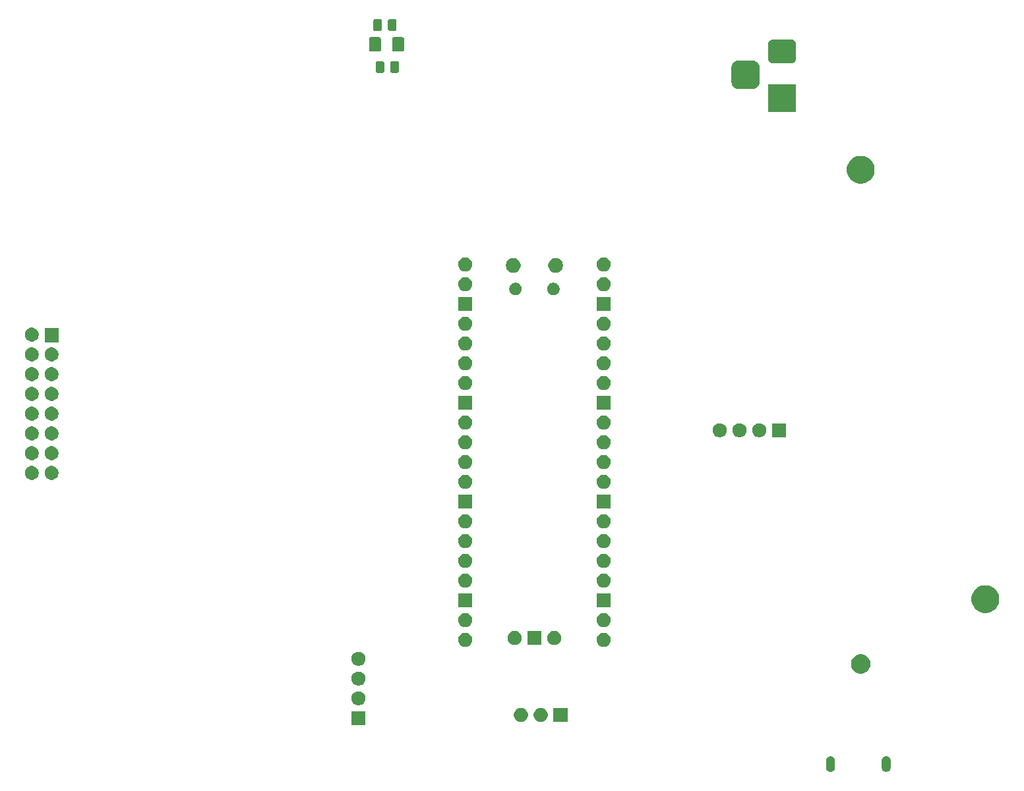
<source format=gbr>
G04 #@! TF.GenerationSoftware,KiCad,Pcbnew,5.1.5+dfsg1-2build2*
G04 #@! TF.CreationDate,2022-02-11T05:24:06+00:00*
G04 #@! TF.ProjectId,psion-org2-bluetooth-adapter,7073696f-6e2d-46f7-9267-322d626c7565,rev?*
G04 #@! TF.SameCoordinates,Original*
G04 #@! TF.FileFunction,Soldermask,Bot*
G04 #@! TF.FilePolarity,Negative*
%FSLAX46Y46*%
G04 Gerber Fmt 4.6, Leading zero omitted, Abs format (unit mm)*
G04 Created by KiCad (PCBNEW 5.1.5+dfsg1-2build2) date 2022-02-11 05:24:06*
%MOMM*%
%LPD*%
G04 APERTURE LIST*
%ADD10C,0.100000*%
G04 APERTURE END LIST*
D10*
G36*
X182137916Y-141807334D02*
G01*
X182246492Y-141840271D01*
X182246495Y-141840272D01*
X182282601Y-141859571D01*
X182346557Y-141893756D01*
X182434264Y-141965736D01*
X182506244Y-142053443D01*
X182540429Y-142117399D01*
X182559728Y-142153505D01*
X182559728Y-142153506D01*
X182559729Y-142153508D01*
X182592666Y-142262084D01*
X182601000Y-142346702D01*
X182601000Y-143253298D01*
X182592666Y-143337916D01*
X182559729Y-143446491D01*
X182559728Y-143446495D01*
X182540429Y-143482601D01*
X182506244Y-143546557D01*
X182434264Y-143634264D01*
X182346556Y-143706244D01*
X182282600Y-143740429D01*
X182246494Y-143759728D01*
X182246491Y-143759729D01*
X182137915Y-143792666D01*
X182025000Y-143803787D01*
X181912084Y-143792666D01*
X181803508Y-143759729D01*
X181803505Y-143759728D01*
X181767399Y-143740429D01*
X181703443Y-143706244D01*
X181615736Y-143634264D01*
X181543756Y-143546556D01*
X181490273Y-143446495D01*
X181490272Y-143446494D01*
X181490271Y-143446491D01*
X181457334Y-143337915D01*
X181449000Y-143253297D01*
X181449000Y-142346702D01*
X181457335Y-142262084D01*
X181490272Y-142153508D01*
X181490273Y-142153506D01*
X181490273Y-142153505D01*
X181509572Y-142117399D01*
X181543757Y-142053443D01*
X181615737Y-141965736D01*
X181703444Y-141893756D01*
X181767400Y-141859571D01*
X181803506Y-141840272D01*
X181803509Y-141840271D01*
X181912085Y-141807334D01*
X182025000Y-141796213D01*
X182137916Y-141807334D01*
G37*
G36*
X189287915Y-141807334D02*
G01*
X189396491Y-141840271D01*
X189396494Y-141840272D01*
X189432600Y-141859571D01*
X189496556Y-141893756D01*
X189584264Y-141965736D01*
X189656244Y-142053443D01*
X189690429Y-142117399D01*
X189709728Y-142153505D01*
X189709728Y-142153506D01*
X189709729Y-142153508D01*
X189742666Y-142262084D01*
X189751000Y-142346702D01*
X189751000Y-143253298D01*
X189742666Y-143337916D01*
X189709729Y-143446491D01*
X189709728Y-143446495D01*
X189690429Y-143482601D01*
X189656244Y-143546557D01*
X189584264Y-143634264D01*
X189496557Y-143706244D01*
X189432601Y-143740429D01*
X189396495Y-143759728D01*
X189396492Y-143759729D01*
X189287916Y-143792666D01*
X189175000Y-143803787D01*
X189062085Y-143792666D01*
X188953509Y-143759729D01*
X188953506Y-143759728D01*
X188917400Y-143740429D01*
X188853444Y-143706244D01*
X188765737Y-143634264D01*
X188693757Y-143546557D01*
X188659572Y-143482601D01*
X188640273Y-143446495D01*
X188640272Y-143446491D01*
X188607335Y-143337916D01*
X188599000Y-143253298D01*
X188599000Y-142346703D01*
X188607334Y-142262085D01*
X188640271Y-142153509D01*
X188640272Y-142153506D01*
X188659571Y-142117400D01*
X188693756Y-142053444D01*
X188765736Y-141965736D01*
X188853443Y-141893756D01*
X188917399Y-141859571D01*
X188953505Y-141840272D01*
X188953508Y-141840271D01*
X189062084Y-141807334D01*
X189175000Y-141796213D01*
X189287915Y-141807334D01*
G37*
G36*
X122301000Y-137801000D02*
G01*
X120499000Y-137801000D01*
X120499000Y-135999000D01*
X122301000Y-135999000D01*
X122301000Y-137801000D01*
G37*
G36*
X142373512Y-135603927D02*
G01*
X142522812Y-135633624D01*
X142686784Y-135701544D01*
X142834354Y-135800147D01*
X142959853Y-135925646D01*
X143058456Y-136073216D01*
X143126376Y-136237188D01*
X143161000Y-136411259D01*
X143161000Y-136588741D01*
X143126376Y-136762812D01*
X143058456Y-136926784D01*
X142959853Y-137074354D01*
X142834354Y-137199853D01*
X142686784Y-137298456D01*
X142522812Y-137366376D01*
X142373512Y-137396073D01*
X142348742Y-137401000D01*
X142171258Y-137401000D01*
X142146488Y-137396073D01*
X141997188Y-137366376D01*
X141833216Y-137298456D01*
X141685646Y-137199853D01*
X141560147Y-137074354D01*
X141461544Y-136926784D01*
X141393624Y-136762812D01*
X141359000Y-136588741D01*
X141359000Y-136411259D01*
X141393624Y-136237188D01*
X141461544Y-136073216D01*
X141560147Y-135925646D01*
X141685646Y-135800147D01*
X141833216Y-135701544D01*
X141997188Y-135633624D01*
X142146488Y-135603927D01*
X142171258Y-135599000D01*
X142348742Y-135599000D01*
X142373512Y-135603927D01*
G37*
G36*
X144913512Y-135603927D02*
G01*
X145062812Y-135633624D01*
X145226784Y-135701544D01*
X145374354Y-135800147D01*
X145499853Y-135925646D01*
X145598456Y-136073216D01*
X145666376Y-136237188D01*
X145701000Y-136411259D01*
X145701000Y-136588741D01*
X145666376Y-136762812D01*
X145598456Y-136926784D01*
X145499853Y-137074354D01*
X145374354Y-137199853D01*
X145226784Y-137298456D01*
X145062812Y-137366376D01*
X144913512Y-137396073D01*
X144888742Y-137401000D01*
X144711258Y-137401000D01*
X144686488Y-137396073D01*
X144537188Y-137366376D01*
X144373216Y-137298456D01*
X144225646Y-137199853D01*
X144100147Y-137074354D01*
X144001544Y-136926784D01*
X143933624Y-136762812D01*
X143899000Y-136588741D01*
X143899000Y-136411259D01*
X143933624Y-136237188D01*
X144001544Y-136073216D01*
X144100147Y-135925646D01*
X144225646Y-135800147D01*
X144373216Y-135701544D01*
X144537188Y-135633624D01*
X144686488Y-135603927D01*
X144711258Y-135599000D01*
X144888742Y-135599000D01*
X144913512Y-135603927D01*
G37*
G36*
X148241000Y-137401000D02*
G01*
X146439000Y-137401000D01*
X146439000Y-135599000D01*
X148241000Y-135599000D01*
X148241000Y-137401000D01*
G37*
G36*
X121513512Y-133463927D02*
G01*
X121662812Y-133493624D01*
X121826784Y-133561544D01*
X121974354Y-133660147D01*
X122099853Y-133785646D01*
X122198456Y-133933216D01*
X122266376Y-134097188D01*
X122301000Y-134271259D01*
X122301000Y-134448741D01*
X122266376Y-134622812D01*
X122198456Y-134786784D01*
X122099853Y-134934354D01*
X121974354Y-135059853D01*
X121826784Y-135158456D01*
X121662812Y-135226376D01*
X121513512Y-135256073D01*
X121488742Y-135261000D01*
X121311258Y-135261000D01*
X121286488Y-135256073D01*
X121137188Y-135226376D01*
X120973216Y-135158456D01*
X120825646Y-135059853D01*
X120700147Y-134934354D01*
X120601544Y-134786784D01*
X120533624Y-134622812D01*
X120499000Y-134448741D01*
X120499000Y-134271259D01*
X120533624Y-134097188D01*
X120601544Y-133933216D01*
X120700147Y-133785646D01*
X120825646Y-133660147D01*
X120973216Y-133561544D01*
X121137188Y-133493624D01*
X121286488Y-133463927D01*
X121311258Y-133459000D01*
X121488742Y-133459000D01*
X121513512Y-133463927D01*
G37*
G36*
X121513512Y-130923927D02*
G01*
X121662812Y-130953624D01*
X121826784Y-131021544D01*
X121974354Y-131120147D01*
X122099853Y-131245646D01*
X122198456Y-131393216D01*
X122266376Y-131557188D01*
X122301000Y-131731259D01*
X122301000Y-131908741D01*
X122266376Y-132082812D01*
X122198456Y-132246784D01*
X122099853Y-132394354D01*
X121974354Y-132519853D01*
X121826784Y-132618456D01*
X121662812Y-132686376D01*
X121513512Y-132716073D01*
X121488742Y-132721000D01*
X121311258Y-132721000D01*
X121286488Y-132716073D01*
X121137188Y-132686376D01*
X120973216Y-132618456D01*
X120825646Y-132519853D01*
X120700147Y-132394354D01*
X120601544Y-132246784D01*
X120533624Y-132082812D01*
X120499000Y-131908741D01*
X120499000Y-131731259D01*
X120533624Y-131557188D01*
X120601544Y-131393216D01*
X120700147Y-131245646D01*
X120825646Y-131120147D01*
X120973216Y-131021544D01*
X121137188Y-130953624D01*
X121286488Y-130923927D01*
X121311258Y-130919000D01*
X121488742Y-130919000D01*
X121513512Y-130923927D01*
G37*
G36*
X186263444Y-128731882D02*
G01*
X186490201Y-128825808D01*
X186490202Y-128825809D01*
X186694279Y-128962168D01*
X186867832Y-129135721D01*
X186904940Y-129191258D01*
X187004192Y-129339799D01*
X187098118Y-129566556D01*
X187146000Y-129807278D01*
X187146000Y-130052722D01*
X187098118Y-130293444D01*
X187004192Y-130520201D01*
X187004191Y-130520202D01*
X186867832Y-130724279D01*
X186694279Y-130897832D01*
X186610778Y-130953625D01*
X186490201Y-131034192D01*
X186263444Y-131128118D01*
X186022722Y-131176000D01*
X185777278Y-131176000D01*
X185536556Y-131128118D01*
X185309799Y-131034192D01*
X185189222Y-130953625D01*
X185105721Y-130897832D01*
X184932168Y-130724279D01*
X184795809Y-130520202D01*
X184795808Y-130520201D01*
X184701882Y-130293444D01*
X184654000Y-130052722D01*
X184654000Y-129807278D01*
X184701882Y-129566556D01*
X184795808Y-129339799D01*
X184895060Y-129191258D01*
X184932168Y-129135721D01*
X185105721Y-128962168D01*
X185309798Y-128825809D01*
X185309799Y-128825808D01*
X185536556Y-128731882D01*
X185777278Y-128684000D01*
X186022722Y-128684000D01*
X186263444Y-128731882D01*
G37*
G36*
X121513512Y-128383927D02*
G01*
X121662812Y-128413624D01*
X121826784Y-128481544D01*
X121974354Y-128580147D01*
X122099853Y-128705646D01*
X122198456Y-128853216D01*
X122266376Y-129017188D01*
X122301000Y-129191259D01*
X122301000Y-129368741D01*
X122266376Y-129542812D01*
X122198456Y-129706784D01*
X122099853Y-129854354D01*
X121974354Y-129979853D01*
X121826784Y-130078456D01*
X121662812Y-130146376D01*
X121513512Y-130176073D01*
X121488742Y-130181000D01*
X121311258Y-130181000D01*
X121286488Y-130176073D01*
X121137188Y-130146376D01*
X120973216Y-130078456D01*
X120825646Y-129979853D01*
X120700147Y-129854354D01*
X120601544Y-129706784D01*
X120533624Y-129542812D01*
X120499000Y-129368741D01*
X120499000Y-129191259D01*
X120533624Y-129017188D01*
X120601544Y-128853216D01*
X120700147Y-128705646D01*
X120825646Y-128580147D01*
X120973216Y-128481544D01*
X121137188Y-128413624D01*
X121286488Y-128383927D01*
X121311258Y-128379000D01*
X121488742Y-128379000D01*
X121513512Y-128383927D01*
G37*
G36*
X135223512Y-125933927D02*
G01*
X135372812Y-125963624D01*
X135536784Y-126031544D01*
X135684354Y-126130147D01*
X135809853Y-126255646D01*
X135908456Y-126403216D01*
X135976376Y-126567188D01*
X136011000Y-126741259D01*
X136011000Y-126918741D01*
X135976376Y-127092812D01*
X135908456Y-127256784D01*
X135809853Y-127404354D01*
X135684354Y-127529853D01*
X135536784Y-127628456D01*
X135372812Y-127696376D01*
X135223512Y-127726073D01*
X135198742Y-127731000D01*
X135021258Y-127731000D01*
X134996488Y-127726073D01*
X134847188Y-127696376D01*
X134683216Y-127628456D01*
X134535646Y-127529853D01*
X134410147Y-127404354D01*
X134311544Y-127256784D01*
X134243624Y-127092812D01*
X134209000Y-126918741D01*
X134209000Y-126741259D01*
X134243624Y-126567188D01*
X134311544Y-126403216D01*
X134410147Y-126255646D01*
X134535646Y-126130147D01*
X134683216Y-126031544D01*
X134847188Y-125963624D01*
X134996488Y-125933927D01*
X135021258Y-125929000D01*
X135198742Y-125929000D01*
X135223512Y-125933927D01*
G37*
G36*
X153003512Y-125933927D02*
G01*
X153152812Y-125963624D01*
X153316784Y-126031544D01*
X153464354Y-126130147D01*
X153589853Y-126255646D01*
X153688456Y-126403216D01*
X153756376Y-126567188D01*
X153791000Y-126741259D01*
X153791000Y-126918741D01*
X153756376Y-127092812D01*
X153688456Y-127256784D01*
X153589853Y-127404354D01*
X153464354Y-127529853D01*
X153316784Y-127628456D01*
X153152812Y-127696376D01*
X153003512Y-127726073D01*
X152978742Y-127731000D01*
X152801258Y-127731000D01*
X152776488Y-127726073D01*
X152627188Y-127696376D01*
X152463216Y-127628456D01*
X152315646Y-127529853D01*
X152190147Y-127404354D01*
X152091544Y-127256784D01*
X152023624Y-127092812D01*
X151989000Y-126918741D01*
X151989000Y-126741259D01*
X152023624Y-126567188D01*
X152091544Y-126403216D01*
X152190147Y-126255646D01*
X152315646Y-126130147D01*
X152463216Y-126031544D01*
X152627188Y-125963624D01*
X152776488Y-125933927D01*
X152801258Y-125929000D01*
X152978742Y-125929000D01*
X153003512Y-125933927D01*
G37*
G36*
X144901000Y-127501000D02*
G01*
X143099000Y-127501000D01*
X143099000Y-125699000D01*
X144901000Y-125699000D01*
X144901000Y-127501000D01*
G37*
G36*
X141573512Y-125703927D02*
G01*
X141722812Y-125733624D01*
X141886784Y-125801544D01*
X142034354Y-125900147D01*
X142159853Y-126025646D01*
X142258456Y-126173216D01*
X142326376Y-126337188D01*
X142361000Y-126511259D01*
X142361000Y-126688741D01*
X142326376Y-126862812D01*
X142258456Y-127026784D01*
X142159853Y-127174354D01*
X142034354Y-127299853D01*
X141886784Y-127398456D01*
X141722812Y-127466376D01*
X141573512Y-127496073D01*
X141548742Y-127501000D01*
X141371258Y-127501000D01*
X141346488Y-127496073D01*
X141197188Y-127466376D01*
X141033216Y-127398456D01*
X140885646Y-127299853D01*
X140760147Y-127174354D01*
X140661544Y-127026784D01*
X140593624Y-126862812D01*
X140559000Y-126688741D01*
X140559000Y-126511259D01*
X140593624Y-126337188D01*
X140661544Y-126173216D01*
X140760147Y-126025646D01*
X140885646Y-125900147D01*
X141033216Y-125801544D01*
X141197188Y-125733624D01*
X141346488Y-125703927D01*
X141371258Y-125699000D01*
X141548742Y-125699000D01*
X141573512Y-125703927D01*
G37*
G36*
X146653512Y-125703927D02*
G01*
X146802812Y-125733624D01*
X146966784Y-125801544D01*
X147114354Y-125900147D01*
X147239853Y-126025646D01*
X147338456Y-126173216D01*
X147406376Y-126337188D01*
X147441000Y-126511259D01*
X147441000Y-126688741D01*
X147406376Y-126862812D01*
X147338456Y-127026784D01*
X147239853Y-127174354D01*
X147114354Y-127299853D01*
X146966784Y-127398456D01*
X146802812Y-127466376D01*
X146653512Y-127496073D01*
X146628742Y-127501000D01*
X146451258Y-127501000D01*
X146426488Y-127496073D01*
X146277188Y-127466376D01*
X146113216Y-127398456D01*
X145965646Y-127299853D01*
X145840147Y-127174354D01*
X145741544Y-127026784D01*
X145673624Y-126862812D01*
X145639000Y-126688741D01*
X145639000Y-126511259D01*
X145673624Y-126337188D01*
X145741544Y-126173216D01*
X145840147Y-126025646D01*
X145965646Y-125900147D01*
X146113216Y-125801544D01*
X146277188Y-125733624D01*
X146426488Y-125703927D01*
X146451258Y-125699000D01*
X146628742Y-125699000D01*
X146653512Y-125703927D01*
G37*
G36*
X135223512Y-123393927D02*
G01*
X135372812Y-123423624D01*
X135536784Y-123491544D01*
X135684354Y-123590147D01*
X135809853Y-123715646D01*
X135908456Y-123863216D01*
X135976376Y-124027188D01*
X136011000Y-124201259D01*
X136011000Y-124378741D01*
X135976376Y-124552812D01*
X135908456Y-124716784D01*
X135809853Y-124864354D01*
X135684354Y-124989853D01*
X135536784Y-125088456D01*
X135372812Y-125156376D01*
X135223512Y-125186073D01*
X135198742Y-125191000D01*
X135021258Y-125191000D01*
X134996488Y-125186073D01*
X134847188Y-125156376D01*
X134683216Y-125088456D01*
X134535646Y-124989853D01*
X134410147Y-124864354D01*
X134311544Y-124716784D01*
X134243624Y-124552812D01*
X134209000Y-124378741D01*
X134209000Y-124201259D01*
X134243624Y-124027188D01*
X134311544Y-123863216D01*
X134410147Y-123715646D01*
X134535646Y-123590147D01*
X134683216Y-123491544D01*
X134847188Y-123423624D01*
X134996488Y-123393927D01*
X135021258Y-123389000D01*
X135198742Y-123389000D01*
X135223512Y-123393927D01*
G37*
G36*
X153003512Y-123393927D02*
G01*
X153152812Y-123423624D01*
X153316784Y-123491544D01*
X153464354Y-123590147D01*
X153589853Y-123715646D01*
X153688456Y-123863216D01*
X153756376Y-124027188D01*
X153791000Y-124201259D01*
X153791000Y-124378741D01*
X153756376Y-124552812D01*
X153688456Y-124716784D01*
X153589853Y-124864354D01*
X153464354Y-124989853D01*
X153316784Y-125088456D01*
X153152812Y-125156376D01*
X153003512Y-125186073D01*
X152978742Y-125191000D01*
X152801258Y-125191000D01*
X152776488Y-125186073D01*
X152627188Y-125156376D01*
X152463216Y-125088456D01*
X152315646Y-124989853D01*
X152190147Y-124864354D01*
X152091544Y-124716784D01*
X152023624Y-124552812D01*
X151989000Y-124378741D01*
X151989000Y-124201259D01*
X152023624Y-124027188D01*
X152091544Y-123863216D01*
X152190147Y-123715646D01*
X152315646Y-123590147D01*
X152463216Y-123491544D01*
X152627188Y-123423624D01*
X152776488Y-123393927D01*
X152801258Y-123389000D01*
X152978742Y-123389000D01*
X153003512Y-123393927D01*
G37*
G36*
X202418039Y-119892250D02*
G01*
X202607372Y-119970675D01*
X202741251Y-120026129D01*
X203032134Y-120220491D01*
X203279509Y-120467866D01*
X203473871Y-120758749D01*
X203473871Y-120758750D01*
X203607750Y-121081961D01*
X203676000Y-121425078D01*
X203676000Y-121774922D01*
X203607750Y-122118039D01*
X203529325Y-122307372D01*
X203473871Y-122441251D01*
X203279509Y-122732134D01*
X203032134Y-122979509D01*
X202741251Y-123173871D01*
X202607372Y-123229325D01*
X202418039Y-123307750D01*
X202074922Y-123376000D01*
X201725078Y-123376000D01*
X201381961Y-123307750D01*
X201192628Y-123229325D01*
X201058749Y-123173871D01*
X200767866Y-122979509D01*
X200520491Y-122732134D01*
X200326129Y-122441251D01*
X200270675Y-122307372D01*
X200192250Y-122118039D01*
X200124000Y-121774922D01*
X200124000Y-121425078D01*
X200192250Y-121081961D01*
X200326129Y-120758750D01*
X200326129Y-120758749D01*
X200520491Y-120467866D01*
X200767866Y-120220491D01*
X201058749Y-120026129D01*
X201192628Y-119970675D01*
X201381961Y-119892250D01*
X201725078Y-119824000D01*
X202074922Y-119824000D01*
X202418039Y-119892250D01*
G37*
G36*
X136011000Y-122651000D02*
G01*
X134209000Y-122651000D01*
X134209000Y-120849000D01*
X136011000Y-120849000D01*
X136011000Y-122651000D01*
G37*
G36*
X153791000Y-122651000D02*
G01*
X151989000Y-122651000D01*
X151989000Y-120849000D01*
X153791000Y-120849000D01*
X153791000Y-122651000D01*
G37*
G36*
X135223512Y-118313927D02*
G01*
X135372812Y-118343624D01*
X135536784Y-118411544D01*
X135684354Y-118510147D01*
X135809853Y-118635646D01*
X135908456Y-118783216D01*
X135976376Y-118947188D01*
X136011000Y-119121259D01*
X136011000Y-119298741D01*
X135976376Y-119472812D01*
X135908456Y-119636784D01*
X135809853Y-119784354D01*
X135684354Y-119909853D01*
X135536784Y-120008456D01*
X135372812Y-120076376D01*
X135223512Y-120106073D01*
X135198742Y-120111000D01*
X135021258Y-120111000D01*
X134996488Y-120106073D01*
X134847188Y-120076376D01*
X134683216Y-120008456D01*
X134535646Y-119909853D01*
X134410147Y-119784354D01*
X134311544Y-119636784D01*
X134243624Y-119472812D01*
X134209000Y-119298741D01*
X134209000Y-119121259D01*
X134243624Y-118947188D01*
X134311544Y-118783216D01*
X134410147Y-118635646D01*
X134535646Y-118510147D01*
X134683216Y-118411544D01*
X134847188Y-118343624D01*
X134996488Y-118313927D01*
X135021258Y-118309000D01*
X135198742Y-118309000D01*
X135223512Y-118313927D01*
G37*
G36*
X153003512Y-118313927D02*
G01*
X153152812Y-118343624D01*
X153316784Y-118411544D01*
X153464354Y-118510147D01*
X153589853Y-118635646D01*
X153688456Y-118783216D01*
X153756376Y-118947188D01*
X153791000Y-119121259D01*
X153791000Y-119298741D01*
X153756376Y-119472812D01*
X153688456Y-119636784D01*
X153589853Y-119784354D01*
X153464354Y-119909853D01*
X153316784Y-120008456D01*
X153152812Y-120076376D01*
X153003512Y-120106073D01*
X152978742Y-120111000D01*
X152801258Y-120111000D01*
X152776488Y-120106073D01*
X152627188Y-120076376D01*
X152463216Y-120008456D01*
X152315646Y-119909853D01*
X152190147Y-119784354D01*
X152091544Y-119636784D01*
X152023624Y-119472812D01*
X151989000Y-119298741D01*
X151989000Y-119121259D01*
X152023624Y-118947188D01*
X152091544Y-118783216D01*
X152190147Y-118635646D01*
X152315646Y-118510147D01*
X152463216Y-118411544D01*
X152627188Y-118343624D01*
X152776488Y-118313927D01*
X152801258Y-118309000D01*
X152978742Y-118309000D01*
X153003512Y-118313927D01*
G37*
G36*
X153003512Y-115773927D02*
G01*
X153152812Y-115803624D01*
X153316784Y-115871544D01*
X153464354Y-115970147D01*
X153589853Y-116095646D01*
X153688456Y-116243216D01*
X153756376Y-116407188D01*
X153791000Y-116581259D01*
X153791000Y-116758741D01*
X153756376Y-116932812D01*
X153688456Y-117096784D01*
X153589853Y-117244354D01*
X153464354Y-117369853D01*
X153316784Y-117468456D01*
X153152812Y-117536376D01*
X153003512Y-117566073D01*
X152978742Y-117571000D01*
X152801258Y-117571000D01*
X152776488Y-117566073D01*
X152627188Y-117536376D01*
X152463216Y-117468456D01*
X152315646Y-117369853D01*
X152190147Y-117244354D01*
X152091544Y-117096784D01*
X152023624Y-116932812D01*
X151989000Y-116758741D01*
X151989000Y-116581259D01*
X152023624Y-116407188D01*
X152091544Y-116243216D01*
X152190147Y-116095646D01*
X152315646Y-115970147D01*
X152463216Y-115871544D01*
X152627188Y-115803624D01*
X152776488Y-115773927D01*
X152801258Y-115769000D01*
X152978742Y-115769000D01*
X153003512Y-115773927D01*
G37*
G36*
X135223512Y-115773927D02*
G01*
X135372812Y-115803624D01*
X135536784Y-115871544D01*
X135684354Y-115970147D01*
X135809853Y-116095646D01*
X135908456Y-116243216D01*
X135976376Y-116407188D01*
X136011000Y-116581259D01*
X136011000Y-116758741D01*
X135976376Y-116932812D01*
X135908456Y-117096784D01*
X135809853Y-117244354D01*
X135684354Y-117369853D01*
X135536784Y-117468456D01*
X135372812Y-117536376D01*
X135223512Y-117566073D01*
X135198742Y-117571000D01*
X135021258Y-117571000D01*
X134996488Y-117566073D01*
X134847188Y-117536376D01*
X134683216Y-117468456D01*
X134535646Y-117369853D01*
X134410147Y-117244354D01*
X134311544Y-117096784D01*
X134243624Y-116932812D01*
X134209000Y-116758741D01*
X134209000Y-116581259D01*
X134243624Y-116407188D01*
X134311544Y-116243216D01*
X134410147Y-116095646D01*
X134535646Y-115970147D01*
X134683216Y-115871544D01*
X134847188Y-115803624D01*
X134996488Y-115773927D01*
X135021258Y-115769000D01*
X135198742Y-115769000D01*
X135223512Y-115773927D01*
G37*
G36*
X135223512Y-113233927D02*
G01*
X135372812Y-113263624D01*
X135536784Y-113331544D01*
X135684354Y-113430147D01*
X135809853Y-113555646D01*
X135908456Y-113703216D01*
X135976376Y-113867188D01*
X136011000Y-114041259D01*
X136011000Y-114218741D01*
X135976376Y-114392812D01*
X135908456Y-114556784D01*
X135809853Y-114704354D01*
X135684354Y-114829853D01*
X135536784Y-114928456D01*
X135372812Y-114996376D01*
X135223512Y-115026073D01*
X135198742Y-115031000D01*
X135021258Y-115031000D01*
X134996488Y-115026073D01*
X134847188Y-114996376D01*
X134683216Y-114928456D01*
X134535646Y-114829853D01*
X134410147Y-114704354D01*
X134311544Y-114556784D01*
X134243624Y-114392812D01*
X134209000Y-114218741D01*
X134209000Y-114041259D01*
X134243624Y-113867188D01*
X134311544Y-113703216D01*
X134410147Y-113555646D01*
X134535646Y-113430147D01*
X134683216Y-113331544D01*
X134847188Y-113263624D01*
X134996488Y-113233927D01*
X135021258Y-113229000D01*
X135198742Y-113229000D01*
X135223512Y-113233927D01*
G37*
G36*
X153003512Y-113233927D02*
G01*
X153152812Y-113263624D01*
X153316784Y-113331544D01*
X153464354Y-113430147D01*
X153589853Y-113555646D01*
X153688456Y-113703216D01*
X153756376Y-113867188D01*
X153791000Y-114041259D01*
X153791000Y-114218741D01*
X153756376Y-114392812D01*
X153688456Y-114556784D01*
X153589853Y-114704354D01*
X153464354Y-114829853D01*
X153316784Y-114928456D01*
X153152812Y-114996376D01*
X153003512Y-115026073D01*
X152978742Y-115031000D01*
X152801258Y-115031000D01*
X152776488Y-115026073D01*
X152627188Y-114996376D01*
X152463216Y-114928456D01*
X152315646Y-114829853D01*
X152190147Y-114704354D01*
X152091544Y-114556784D01*
X152023624Y-114392812D01*
X151989000Y-114218741D01*
X151989000Y-114041259D01*
X152023624Y-113867188D01*
X152091544Y-113703216D01*
X152190147Y-113555646D01*
X152315646Y-113430147D01*
X152463216Y-113331544D01*
X152627188Y-113263624D01*
X152776488Y-113233927D01*
X152801258Y-113229000D01*
X152978742Y-113229000D01*
X153003512Y-113233927D01*
G37*
G36*
X153003512Y-110693927D02*
G01*
X153152812Y-110723624D01*
X153316784Y-110791544D01*
X153464354Y-110890147D01*
X153589853Y-111015646D01*
X153688456Y-111163216D01*
X153756376Y-111327188D01*
X153791000Y-111501259D01*
X153791000Y-111678741D01*
X153756376Y-111852812D01*
X153688456Y-112016784D01*
X153589853Y-112164354D01*
X153464354Y-112289853D01*
X153316784Y-112388456D01*
X153152812Y-112456376D01*
X153003512Y-112486073D01*
X152978742Y-112491000D01*
X152801258Y-112491000D01*
X152776488Y-112486073D01*
X152627188Y-112456376D01*
X152463216Y-112388456D01*
X152315646Y-112289853D01*
X152190147Y-112164354D01*
X152091544Y-112016784D01*
X152023624Y-111852812D01*
X151989000Y-111678741D01*
X151989000Y-111501259D01*
X152023624Y-111327188D01*
X152091544Y-111163216D01*
X152190147Y-111015646D01*
X152315646Y-110890147D01*
X152463216Y-110791544D01*
X152627188Y-110723624D01*
X152776488Y-110693927D01*
X152801258Y-110689000D01*
X152978742Y-110689000D01*
X153003512Y-110693927D01*
G37*
G36*
X135223512Y-110693927D02*
G01*
X135372812Y-110723624D01*
X135536784Y-110791544D01*
X135684354Y-110890147D01*
X135809853Y-111015646D01*
X135908456Y-111163216D01*
X135976376Y-111327188D01*
X136011000Y-111501259D01*
X136011000Y-111678741D01*
X135976376Y-111852812D01*
X135908456Y-112016784D01*
X135809853Y-112164354D01*
X135684354Y-112289853D01*
X135536784Y-112388456D01*
X135372812Y-112456376D01*
X135223512Y-112486073D01*
X135198742Y-112491000D01*
X135021258Y-112491000D01*
X134996488Y-112486073D01*
X134847188Y-112456376D01*
X134683216Y-112388456D01*
X134535646Y-112289853D01*
X134410147Y-112164354D01*
X134311544Y-112016784D01*
X134243624Y-111852812D01*
X134209000Y-111678741D01*
X134209000Y-111501259D01*
X134243624Y-111327188D01*
X134311544Y-111163216D01*
X134410147Y-111015646D01*
X134535646Y-110890147D01*
X134683216Y-110791544D01*
X134847188Y-110723624D01*
X134996488Y-110693927D01*
X135021258Y-110689000D01*
X135198742Y-110689000D01*
X135223512Y-110693927D01*
G37*
G36*
X153791000Y-109951000D02*
G01*
X151989000Y-109951000D01*
X151989000Y-108149000D01*
X153791000Y-108149000D01*
X153791000Y-109951000D01*
G37*
G36*
X136011000Y-109951000D02*
G01*
X134209000Y-109951000D01*
X134209000Y-108149000D01*
X136011000Y-108149000D01*
X136011000Y-109951000D01*
G37*
G36*
X135223512Y-105613927D02*
G01*
X135372812Y-105643624D01*
X135536784Y-105711544D01*
X135684354Y-105810147D01*
X135809853Y-105935646D01*
X135908456Y-106083216D01*
X135976376Y-106247188D01*
X136011000Y-106421259D01*
X136011000Y-106598741D01*
X135976376Y-106772812D01*
X135908456Y-106936784D01*
X135809853Y-107084354D01*
X135684354Y-107209853D01*
X135536784Y-107308456D01*
X135372812Y-107376376D01*
X135223512Y-107406073D01*
X135198742Y-107411000D01*
X135021258Y-107411000D01*
X134996488Y-107406073D01*
X134847188Y-107376376D01*
X134683216Y-107308456D01*
X134535646Y-107209853D01*
X134410147Y-107084354D01*
X134311544Y-106936784D01*
X134243624Y-106772812D01*
X134209000Y-106598741D01*
X134209000Y-106421259D01*
X134243624Y-106247188D01*
X134311544Y-106083216D01*
X134410147Y-105935646D01*
X134535646Y-105810147D01*
X134683216Y-105711544D01*
X134847188Y-105643624D01*
X134996488Y-105613927D01*
X135021258Y-105609000D01*
X135198742Y-105609000D01*
X135223512Y-105613927D01*
G37*
G36*
X153003512Y-105613927D02*
G01*
X153152812Y-105643624D01*
X153316784Y-105711544D01*
X153464354Y-105810147D01*
X153589853Y-105935646D01*
X153688456Y-106083216D01*
X153756376Y-106247188D01*
X153791000Y-106421259D01*
X153791000Y-106598741D01*
X153756376Y-106772812D01*
X153688456Y-106936784D01*
X153589853Y-107084354D01*
X153464354Y-107209853D01*
X153316784Y-107308456D01*
X153152812Y-107376376D01*
X153003512Y-107406073D01*
X152978742Y-107411000D01*
X152801258Y-107411000D01*
X152776488Y-107406073D01*
X152627188Y-107376376D01*
X152463216Y-107308456D01*
X152315646Y-107209853D01*
X152190147Y-107084354D01*
X152091544Y-106936784D01*
X152023624Y-106772812D01*
X151989000Y-106598741D01*
X151989000Y-106421259D01*
X152023624Y-106247188D01*
X152091544Y-106083216D01*
X152190147Y-105935646D01*
X152315646Y-105810147D01*
X152463216Y-105711544D01*
X152627188Y-105643624D01*
X152776488Y-105613927D01*
X152801258Y-105609000D01*
X152978742Y-105609000D01*
X153003512Y-105613927D01*
G37*
G36*
X82113512Y-104483927D02*
G01*
X82262812Y-104513624D01*
X82426784Y-104581544D01*
X82574354Y-104680147D01*
X82699853Y-104805646D01*
X82798456Y-104953216D01*
X82866376Y-105117188D01*
X82901000Y-105291259D01*
X82901000Y-105468741D01*
X82866376Y-105642812D01*
X82798456Y-105806784D01*
X82699853Y-105954354D01*
X82574354Y-106079853D01*
X82426784Y-106178456D01*
X82262812Y-106246376D01*
X82113512Y-106276073D01*
X82088742Y-106281000D01*
X81911258Y-106281000D01*
X81886488Y-106276073D01*
X81737188Y-106246376D01*
X81573216Y-106178456D01*
X81425646Y-106079853D01*
X81300147Y-105954354D01*
X81201544Y-105806784D01*
X81133624Y-105642812D01*
X81099000Y-105468741D01*
X81099000Y-105291259D01*
X81133624Y-105117188D01*
X81201544Y-104953216D01*
X81300147Y-104805646D01*
X81425646Y-104680147D01*
X81573216Y-104581544D01*
X81737188Y-104513624D01*
X81886488Y-104483927D01*
X81911258Y-104479000D01*
X82088742Y-104479000D01*
X82113512Y-104483927D01*
G37*
G36*
X79573512Y-104483927D02*
G01*
X79722812Y-104513624D01*
X79886784Y-104581544D01*
X80034354Y-104680147D01*
X80159853Y-104805646D01*
X80258456Y-104953216D01*
X80326376Y-105117188D01*
X80361000Y-105291259D01*
X80361000Y-105468741D01*
X80326376Y-105642812D01*
X80258456Y-105806784D01*
X80159853Y-105954354D01*
X80034354Y-106079853D01*
X79886784Y-106178456D01*
X79722812Y-106246376D01*
X79573512Y-106276073D01*
X79548742Y-106281000D01*
X79371258Y-106281000D01*
X79346488Y-106276073D01*
X79197188Y-106246376D01*
X79033216Y-106178456D01*
X78885646Y-106079853D01*
X78760147Y-105954354D01*
X78661544Y-105806784D01*
X78593624Y-105642812D01*
X78559000Y-105468741D01*
X78559000Y-105291259D01*
X78593624Y-105117188D01*
X78661544Y-104953216D01*
X78760147Y-104805646D01*
X78885646Y-104680147D01*
X79033216Y-104581544D01*
X79197188Y-104513624D01*
X79346488Y-104483927D01*
X79371258Y-104479000D01*
X79548742Y-104479000D01*
X79573512Y-104483927D01*
G37*
G36*
X153003512Y-103073927D02*
G01*
X153152812Y-103103624D01*
X153316784Y-103171544D01*
X153464354Y-103270147D01*
X153589853Y-103395646D01*
X153688456Y-103543216D01*
X153756376Y-103707188D01*
X153791000Y-103881259D01*
X153791000Y-104058741D01*
X153756376Y-104232812D01*
X153688456Y-104396784D01*
X153589853Y-104544354D01*
X153464354Y-104669853D01*
X153316784Y-104768456D01*
X153152812Y-104836376D01*
X153003512Y-104866073D01*
X152978742Y-104871000D01*
X152801258Y-104871000D01*
X152776488Y-104866073D01*
X152627188Y-104836376D01*
X152463216Y-104768456D01*
X152315646Y-104669853D01*
X152190147Y-104544354D01*
X152091544Y-104396784D01*
X152023624Y-104232812D01*
X151989000Y-104058741D01*
X151989000Y-103881259D01*
X152023624Y-103707188D01*
X152091544Y-103543216D01*
X152190147Y-103395646D01*
X152315646Y-103270147D01*
X152463216Y-103171544D01*
X152627188Y-103103624D01*
X152776488Y-103073927D01*
X152801258Y-103069000D01*
X152978742Y-103069000D01*
X153003512Y-103073927D01*
G37*
G36*
X135223512Y-103073927D02*
G01*
X135372812Y-103103624D01*
X135536784Y-103171544D01*
X135684354Y-103270147D01*
X135809853Y-103395646D01*
X135908456Y-103543216D01*
X135976376Y-103707188D01*
X136011000Y-103881259D01*
X136011000Y-104058741D01*
X135976376Y-104232812D01*
X135908456Y-104396784D01*
X135809853Y-104544354D01*
X135684354Y-104669853D01*
X135536784Y-104768456D01*
X135372812Y-104836376D01*
X135223512Y-104866073D01*
X135198742Y-104871000D01*
X135021258Y-104871000D01*
X134996488Y-104866073D01*
X134847188Y-104836376D01*
X134683216Y-104768456D01*
X134535646Y-104669853D01*
X134410147Y-104544354D01*
X134311544Y-104396784D01*
X134243624Y-104232812D01*
X134209000Y-104058741D01*
X134209000Y-103881259D01*
X134243624Y-103707188D01*
X134311544Y-103543216D01*
X134410147Y-103395646D01*
X134535646Y-103270147D01*
X134683216Y-103171544D01*
X134847188Y-103103624D01*
X134996488Y-103073927D01*
X135021258Y-103069000D01*
X135198742Y-103069000D01*
X135223512Y-103073927D01*
G37*
G36*
X82113512Y-101943927D02*
G01*
X82262812Y-101973624D01*
X82426784Y-102041544D01*
X82574354Y-102140147D01*
X82699853Y-102265646D01*
X82798456Y-102413216D01*
X82866376Y-102577188D01*
X82901000Y-102751259D01*
X82901000Y-102928741D01*
X82866376Y-103102812D01*
X82798456Y-103266784D01*
X82699853Y-103414354D01*
X82574354Y-103539853D01*
X82426784Y-103638456D01*
X82262812Y-103706376D01*
X82113512Y-103736073D01*
X82088742Y-103741000D01*
X81911258Y-103741000D01*
X81886488Y-103736073D01*
X81737188Y-103706376D01*
X81573216Y-103638456D01*
X81425646Y-103539853D01*
X81300147Y-103414354D01*
X81201544Y-103266784D01*
X81133624Y-103102812D01*
X81099000Y-102928741D01*
X81099000Y-102751259D01*
X81133624Y-102577188D01*
X81201544Y-102413216D01*
X81300147Y-102265646D01*
X81425646Y-102140147D01*
X81573216Y-102041544D01*
X81737188Y-101973624D01*
X81886488Y-101943927D01*
X81911258Y-101939000D01*
X82088742Y-101939000D01*
X82113512Y-101943927D01*
G37*
G36*
X79573512Y-101943927D02*
G01*
X79722812Y-101973624D01*
X79886784Y-102041544D01*
X80034354Y-102140147D01*
X80159853Y-102265646D01*
X80258456Y-102413216D01*
X80326376Y-102577188D01*
X80361000Y-102751259D01*
X80361000Y-102928741D01*
X80326376Y-103102812D01*
X80258456Y-103266784D01*
X80159853Y-103414354D01*
X80034354Y-103539853D01*
X79886784Y-103638456D01*
X79722812Y-103706376D01*
X79573512Y-103736073D01*
X79548742Y-103741000D01*
X79371258Y-103741000D01*
X79346488Y-103736073D01*
X79197188Y-103706376D01*
X79033216Y-103638456D01*
X78885646Y-103539853D01*
X78760147Y-103414354D01*
X78661544Y-103266784D01*
X78593624Y-103102812D01*
X78559000Y-102928741D01*
X78559000Y-102751259D01*
X78593624Y-102577188D01*
X78661544Y-102413216D01*
X78760147Y-102265646D01*
X78885646Y-102140147D01*
X79033216Y-102041544D01*
X79197188Y-101973624D01*
X79346488Y-101943927D01*
X79371258Y-101939000D01*
X79548742Y-101939000D01*
X79573512Y-101943927D01*
G37*
G36*
X135223512Y-100533927D02*
G01*
X135372812Y-100563624D01*
X135536784Y-100631544D01*
X135684354Y-100730147D01*
X135809853Y-100855646D01*
X135908456Y-101003216D01*
X135976376Y-101167188D01*
X136011000Y-101341259D01*
X136011000Y-101518741D01*
X135976376Y-101692812D01*
X135908456Y-101856784D01*
X135809853Y-102004354D01*
X135684354Y-102129853D01*
X135536784Y-102228456D01*
X135372812Y-102296376D01*
X135223512Y-102326073D01*
X135198742Y-102331000D01*
X135021258Y-102331000D01*
X134996488Y-102326073D01*
X134847188Y-102296376D01*
X134683216Y-102228456D01*
X134535646Y-102129853D01*
X134410147Y-102004354D01*
X134311544Y-101856784D01*
X134243624Y-101692812D01*
X134209000Y-101518741D01*
X134209000Y-101341259D01*
X134243624Y-101167188D01*
X134311544Y-101003216D01*
X134410147Y-100855646D01*
X134535646Y-100730147D01*
X134683216Y-100631544D01*
X134847188Y-100563624D01*
X134996488Y-100533927D01*
X135021258Y-100529000D01*
X135198742Y-100529000D01*
X135223512Y-100533927D01*
G37*
G36*
X153003512Y-100533927D02*
G01*
X153152812Y-100563624D01*
X153316784Y-100631544D01*
X153464354Y-100730147D01*
X153589853Y-100855646D01*
X153688456Y-101003216D01*
X153756376Y-101167188D01*
X153791000Y-101341259D01*
X153791000Y-101518741D01*
X153756376Y-101692812D01*
X153688456Y-101856784D01*
X153589853Y-102004354D01*
X153464354Y-102129853D01*
X153316784Y-102228456D01*
X153152812Y-102296376D01*
X153003512Y-102326073D01*
X152978742Y-102331000D01*
X152801258Y-102331000D01*
X152776488Y-102326073D01*
X152627188Y-102296376D01*
X152463216Y-102228456D01*
X152315646Y-102129853D01*
X152190147Y-102004354D01*
X152091544Y-101856784D01*
X152023624Y-101692812D01*
X151989000Y-101518741D01*
X151989000Y-101341259D01*
X152023624Y-101167188D01*
X152091544Y-101003216D01*
X152190147Y-100855646D01*
X152315646Y-100730147D01*
X152463216Y-100631544D01*
X152627188Y-100563624D01*
X152776488Y-100533927D01*
X152801258Y-100529000D01*
X152978742Y-100529000D01*
X153003512Y-100533927D01*
G37*
G36*
X79573512Y-99403927D02*
G01*
X79722812Y-99433624D01*
X79886784Y-99501544D01*
X80034354Y-99600147D01*
X80159853Y-99725646D01*
X80258456Y-99873216D01*
X80326376Y-100037188D01*
X80361000Y-100211259D01*
X80361000Y-100388741D01*
X80326376Y-100562812D01*
X80258456Y-100726784D01*
X80159853Y-100874354D01*
X80034354Y-100999853D01*
X79886784Y-101098456D01*
X79722812Y-101166376D01*
X79573512Y-101196073D01*
X79548742Y-101201000D01*
X79371258Y-101201000D01*
X79346488Y-101196073D01*
X79197188Y-101166376D01*
X79033216Y-101098456D01*
X78885646Y-100999853D01*
X78760147Y-100874354D01*
X78661544Y-100726784D01*
X78593624Y-100562812D01*
X78559000Y-100388741D01*
X78559000Y-100211259D01*
X78593624Y-100037188D01*
X78661544Y-99873216D01*
X78760147Y-99725646D01*
X78885646Y-99600147D01*
X79033216Y-99501544D01*
X79197188Y-99433624D01*
X79346488Y-99403927D01*
X79371258Y-99399000D01*
X79548742Y-99399000D01*
X79573512Y-99403927D01*
G37*
G36*
X82113512Y-99403927D02*
G01*
X82262812Y-99433624D01*
X82426784Y-99501544D01*
X82574354Y-99600147D01*
X82699853Y-99725646D01*
X82798456Y-99873216D01*
X82866376Y-100037188D01*
X82901000Y-100211259D01*
X82901000Y-100388741D01*
X82866376Y-100562812D01*
X82798456Y-100726784D01*
X82699853Y-100874354D01*
X82574354Y-100999853D01*
X82426784Y-101098456D01*
X82262812Y-101166376D01*
X82113512Y-101196073D01*
X82088742Y-101201000D01*
X81911258Y-101201000D01*
X81886488Y-101196073D01*
X81737188Y-101166376D01*
X81573216Y-101098456D01*
X81425646Y-100999853D01*
X81300147Y-100874354D01*
X81201544Y-100726784D01*
X81133624Y-100562812D01*
X81099000Y-100388741D01*
X81099000Y-100211259D01*
X81133624Y-100037188D01*
X81201544Y-99873216D01*
X81300147Y-99725646D01*
X81425646Y-99600147D01*
X81573216Y-99501544D01*
X81737188Y-99433624D01*
X81886488Y-99403927D01*
X81911258Y-99399000D01*
X82088742Y-99399000D01*
X82113512Y-99403927D01*
G37*
G36*
X167893512Y-99003927D02*
G01*
X168042812Y-99033624D01*
X168206784Y-99101544D01*
X168354354Y-99200147D01*
X168479853Y-99325646D01*
X168578456Y-99473216D01*
X168646376Y-99637188D01*
X168681000Y-99811259D01*
X168681000Y-99988741D01*
X168646376Y-100162812D01*
X168578456Y-100326784D01*
X168479853Y-100474354D01*
X168354354Y-100599853D01*
X168206784Y-100698456D01*
X168042812Y-100766376D01*
X167893512Y-100796073D01*
X167868742Y-100801000D01*
X167691258Y-100801000D01*
X167666488Y-100796073D01*
X167517188Y-100766376D01*
X167353216Y-100698456D01*
X167205646Y-100599853D01*
X167080147Y-100474354D01*
X166981544Y-100326784D01*
X166913624Y-100162812D01*
X166879000Y-99988741D01*
X166879000Y-99811259D01*
X166913624Y-99637188D01*
X166981544Y-99473216D01*
X167080147Y-99325646D01*
X167205646Y-99200147D01*
X167353216Y-99101544D01*
X167517188Y-99033624D01*
X167666488Y-99003927D01*
X167691258Y-98999000D01*
X167868742Y-98999000D01*
X167893512Y-99003927D01*
G37*
G36*
X170433512Y-99003927D02*
G01*
X170582812Y-99033624D01*
X170746784Y-99101544D01*
X170894354Y-99200147D01*
X171019853Y-99325646D01*
X171118456Y-99473216D01*
X171186376Y-99637188D01*
X171221000Y-99811259D01*
X171221000Y-99988741D01*
X171186376Y-100162812D01*
X171118456Y-100326784D01*
X171019853Y-100474354D01*
X170894354Y-100599853D01*
X170746784Y-100698456D01*
X170582812Y-100766376D01*
X170433512Y-100796073D01*
X170408742Y-100801000D01*
X170231258Y-100801000D01*
X170206488Y-100796073D01*
X170057188Y-100766376D01*
X169893216Y-100698456D01*
X169745646Y-100599853D01*
X169620147Y-100474354D01*
X169521544Y-100326784D01*
X169453624Y-100162812D01*
X169419000Y-99988741D01*
X169419000Y-99811259D01*
X169453624Y-99637188D01*
X169521544Y-99473216D01*
X169620147Y-99325646D01*
X169745646Y-99200147D01*
X169893216Y-99101544D01*
X170057188Y-99033624D01*
X170206488Y-99003927D01*
X170231258Y-98999000D01*
X170408742Y-98999000D01*
X170433512Y-99003927D01*
G37*
G36*
X176301000Y-100801000D02*
G01*
X174499000Y-100801000D01*
X174499000Y-98999000D01*
X176301000Y-98999000D01*
X176301000Y-100801000D01*
G37*
G36*
X172973512Y-99003927D02*
G01*
X173122812Y-99033624D01*
X173286784Y-99101544D01*
X173434354Y-99200147D01*
X173559853Y-99325646D01*
X173658456Y-99473216D01*
X173726376Y-99637188D01*
X173761000Y-99811259D01*
X173761000Y-99988741D01*
X173726376Y-100162812D01*
X173658456Y-100326784D01*
X173559853Y-100474354D01*
X173434354Y-100599853D01*
X173286784Y-100698456D01*
X173122812Y-100766376D01*
X172973512Y-100796073D01*
X172948742Y-100801000D01*
X172771258Y-100801000D01*
X172746488Y-100796073D01*
X172597188Y-100766376D01*
X172433216Y-100698456D01*
X172285646Y-100599853D01*
X172160147Y-100474354D01*
X172061544Y-100326784D01*
X171993624Y-100162812D01*
X171959000Y-99988741D01*
X171959000Y-99811259D01*
X171993624Y-99637188D01*
X172061544Y-99473216D01*
X172160147Y-99325646D01*
X172285646Y-99200147D01*
X172433216Y-99101544D01*
X172597188Y-99033624D01*
X172746488Y-99003927D01*
X172771258Y-98999000D01*
X172948742Y-98999000D01*
X172973512Y-99003927D01*
G37*
G36*
X135223512Y-97993927D02*
G01*
X135372812Y-98023624D01*
X135536784Y-98091544D01*
X135684354Y-98190147D01*
X135809853Y-98315646D01*
X135908456Y-98463216D01*
X135976376Y-98627188D01*
X136011000Y-98801259D01*
X136011000Y-98978741D01*
X135976376Y-99152812D01*
X135908456Y-99316784D01*
X135809853Y-99464354D01*
X135684354Y-99589853D01*
X135536784Y-99688456D01*
X135372812Y-99756376D01*
X135223512Y-99786073D01*
X135198742Y-99791000D01*
X135021258Y-99791000D01*
X134996488Y-99786073D01*
X134847188Y-99756376D01*
X134683216Y-99688456D01*
X134535646Y-99589853D01*
X134410147Y-99464354D01*
X134311544Y-99316784D01*
X134243624Y-99152812D01*
X134209000Y-98978741D01*
X134209000Y-98801259D01*
X134243624Y-98627188D01*
X134311544Y-98463216D01*
X134410147Y-98315646D01*
X134535646Y-98190147D01*
X134683216Y-98091544D01*
X134847188Y-98023624D01*
X134996488Y-97993927D01*
X135021258Y-97989000D01*
X135198742Y-97989000D01*
X135223512Y-97993927D01*
G37*
G36*
X153003512Y-97993927D02*
G01*
X153152812Y-98023624D01*
X153316784Y-98091544D01*
X153464354Y-98190147D01*
X153589853Y-98315646D01*
X153688456Y-98463216D01*
X153756376Y-98627188D01*
X153791000Y-98801259D01*
X153791000Y-98978741D01*
X153756376Y-99152812D01*
X153688456Y-99316784D01*
X153589853Y-99464354D01*
X153464354Y-99589853D01*
X153316784Y-99688456D01*
X153152812Y-99756376D01*
X153003512Y-99786073D01*
X152978742Y-99791000D01*
X152801258Y-99791000D01*
X152776488Y-99786073D01*
X152627188Y-99756376D01*
X152463216Y-99688456D01*
X152315646Y-99589853D01*
X152190147Y-99464354D01*
X152091544Y-99316784D01*
X152023624Y-99152812D01*
X151989000Y-98978741D01*
X151989000Y-98801259D01*
X152023624Y-98627188D01*
X152091544Y-98463216D01*
X152190147Y-98315646D01*
X152315646Y-98190147D01*
X152463216Y-98091544D01*
X152627188Y-98023624D01*
X152776488Y-97993927D01*
X152801258Y-97989000D01*
X152978742Y-97989000D01*
X153003512Y-97993927D01*
G37*
G36*
X82113512Y-96863927D02*
G01*
X82262812Y-96893624D01*
X82426784Y-96961544D01*
X82574354Y-97060147D01*
X82699853Y-97185646D01*
X82798456Y-97333216D01*
X82866376Y-97497188D01*
X82901000Y-97671259D01*
X82901000Y-97848741D01*
X82866376Y-98022812D01*
X82798456Y-98186784D01*
X82699853Y-98334354D01*
X82574354Y-98459853D01*
X82426784Y-98558456D01*
X82262812Y-98626376D01*
X82113512Y-98656073D01*
X82088742Y-98661000D01*
X81911258Y-98661000D01*
X81886488Y-98656073D01*
X81737188Y-98626376D01*
X81573216Y-98558456D01*
X81425646Y-98459853D01*
X81300147Y-98334354D01*
X81201544Y-98186784D01*
X81133624Y-98022812D01*
X81099000Y-97848741D01*
X81099000Y-97671259D01*
X81133624Y-97497188D01*
X81201544Y-97333216D01*
X81300147Y-97185646D01*
X81425646Y-97060147D01*
X81573216Y-96961544D01*
X81737188Y-96893624D01*
X81886488Y-96863927D01*
X81911258Y-96859000D01*
X82088742Y-96859000D01*
X82113512Y-96863927D01*
G37*
G36*
X79573512Y-96863927D02*
G01*
X79722812Y-96893624D01*
X79886784Y-96961544D01*
X80034354Y-97060147D01*
X80159853Y-97185646D01*
X80258456Y-97333216D01*
X80326376Y-97497188D01*
X80361000Y-97671259D01*
X80361000Y-97848741D01*
X80326376Y-98022812D01*
X80258456Y-98186784D01*
X80159853Y-98334354D01*
X80034354Y-98459853D01*
X79886784Y-98558456D01*
X79722812Y-98626376D01*
X79573512Y-98656073D01*
X79548742Y-98661000D01*
X79371258Y-98661000D01*
X79346488Y-98656073D01*
X79197188Y-98626376D01*
X79033216Y-98558456D01*
X78885646Y-98459853D01*
X78760147Y-98334354D01*
X78661544Y-98186784D01*
X78593624Y-98022812D01*
X78559000Y-97848741D01*
X78559000Y-97671259D01*
X78593624Y-97497188D01*
X78661544Y-97333216D01*
X78760147Y-97185646D01*
X78885646Y-97060147D01*
X79033216Y-96961544D01*
X79197188Y-96893624D01*
X79346488Y-96863927D01*
X79371258Y-96859000D01*
X79548742Y-96859000D01*
X79573512Y-96863927D01*
G37*
G36*
X153791000Y-97251000D02*
G01*
X151989000Y-97251000D01*
X151989000Y-95449000D01*
X153791000Y-95449000D01*
X153791000Y-97251000D01*
G37*
G36*
X136011000Y-97251000D02*
G01*
X134209000Y-97251000D01*
X134209000Y-95449000D01*
X136011000Y-95449000D01*
X136011000Y-97251000D01*
G37*
G36*
X82113512Y-94323927D02*
G01*
X82262812Y-94353624D01*
X82426784Y-94421544D01*
X82574354Y-94520147D01*
X82699853Y-94645646D01*
X82798456Y-94793216D01*
X82866376Y-94957188D01*
X82901000Y-95131259D01*
X82901000Y-95308741D01*
X82866376Y-95482812D01*
X82798456Y-95646784D01*
X82699853Y-95794354D01*
X82574354Y-95919853D01*
X82426784Y-96018456D01*
X82262812Y-96086376D01*
X82113512Y-96116073D01*
X82088742Y-96121000D01*
X81911258Y-96121000D01*
X81886488Y-96116073D01*
X81737188Y-96086376D01*
X81573216Y-96018456D01*
X81425646Y-95919853D01*
X81300147Y-95794354D01*
X81201544Y-95646784D01*
X81133624Y-95482812D01*
X81099000Y-95308741D01*
X81099000Y-95131259D01*
X81133624Y-94957188D01*
X81201544Y-94793216D01*
X81300147Y-94645646D01*
X81425646Y-94520147D01*
X81573216Y-94421544D01*
X81737188Y-94353624D01*
X81886488Y-94323927D01*
X81911258Y-94319000D01*
X82088742Y-94319000D01*
X82113512Y-94323927D01*
G37*
G36*
X79573512Y-94323927D02*
G01*
X79722812Y-94353624D01*
X79886784Y-94421544D01*
X80034354Y-94520147D01*
X80159853Y-94645646D01*
X80258456Y-94793216D01*
X80326376Y-94957188D01*
X80361000Y-95131259D01*
X80361000Y-95308741D01*
X80326376Y-95482812D01*
X80258456Y-95646784D01*
X80159853Y-95794354D01*
X80034354Y-95919853D01*
X79886784Y-96018456D01*
X79722812Y-96086376D01*
X79573512Y-96116073D01*
X79548742Y-96121000D01*
X79371258Y-96121000D01*
X79346488Y-96116073D01*
X79197188Y-96086376D01*
X79033216Y-96018456D01*
X78885646Y-95919853D01*
X78760147Y-95794354D01*
X78661544Y-95646784D01*
X78593624Y-95482812D01*
X78559000Y-95308741D01*
X78559000Y-95131259D01*
X78593624Y-94957188D01*
X78661544Y-94793216D01*
X78760147Y-94645646D01*
X78885646Y-94520147D01*
X79033216Y-94421544D01*
X79197188Y-94353624D01*
X79346488Y-94323927D01*
X79371258Y-94319000D01*
X79548742Y-94319000D01*
X79573512Y-94323927D01*
G37*
G36*
X153003512Y-92913927D02*
G01*
X153152812Y-92943624D01*
X153316784Y-93011544D01*
X153464354Y-93110147D01*
X153589853Y-93235646D01*
X153688456Y-93383216D01*
X153756376Y-93547188D01*
X153791000Y-93721259D01*
X153791000Y-93898741D01*
X153756376Y-94072812D01*
X153688456Y-94236784D01*
X153589853Y-94384354D01*
X153464354Y-94509853D01*
X153316784Y-94608456D01*
X153152812Y-94676376D01*
X153003512Y-94706073D01*
X152978742Y-94711000D01*
X152801258Y-94711000D01*
X152776488Y-94706073D01*
X152627188Y-94676376D01*
X152463216Y-94608456D01*
X152315646Y-94509853D01*
X152190147Y-94384354D01*
X152091544Y-94236784D01*
X152023624Y-94072812D01*
X151989000Y-93898741D01*
X151989000Y-93721259D01*
X152023624Y-93547188D01*
X152091544Y-93383216D01*
X152190147Y-93235646D01*
X152315646Y-93110147D01*
X152463216Y-93011544D01*
X152627188Y-92943624D01*
X152776488Y-92913927D01*
X152801258Y-92909000D01*
X152978742Y-92909000D01*
X153003512Y-92913927D01*
G37*
G36*
X135223512Y-92913927D02*
G01*
X135372812Y-92943624D01*
X135536784Y-93011544D01*
X135684354Y-93110147D01*
X135809853Y-93235646D01*
X135908456Y-93383216D01*
X135976376Y-93547188D01*
X136011000Y-93721259D01*
X136011000Y-93898741D01*
X135976376Y-94072812D01*
X135908456Y-94236784D01*
X135809853Y-94384354D01*
X135684354Y-94509853D01*
X135536784Y-94608456D01*
X135372812Y-94676376D01*
X135223512Y-94706073D01*
X135198742Y-94711000D01*
X135021258Y-94711000D01*
X134996488Y-94706073D01*
X134847188Y-94676376D01*
X134683216Y-94608456D01*
X134535646Y-94509853D01*
X134410147Y-94384354D01*
X134311544Y-94236784D01*
X134243624Y-94072812D01*
X134209000Y-93898741D01*
X134209000Y-93721259D01*
X134243624Y-93547188D01*
X134311544Y-93383216D01*
X134410147Y-93235646D01*
X134535646Y-93110147D01*
X134683216Y-93011544D01*
X134847188Y-92943624D01*
X134996488Y-92913927D01*
X135021258Y-92909000D01*
X135198742Y-92909000D01*
X135223512Y-92913927D01*
G37*
G36*
X82113512Y-91783927D02*
G01*
X82262812Y-91813624D01*
X82426784Y-91881544D01*
X82574354Y-91980147D01*
X82699853Y-92105646D01*
X82798456Y-92253216D01*
X82866376Y-92417188D01*
X82901000Y-92591259D01*
X82901000Y-92768741D01*
X82866376Y-92942812D01*
X82798456Y-93106784D01*
X82699853Y-93254354D01*
X82574354Y-93379853D01*
X82426784Y-93478456D01*
X82262812Y-93546376D01*
X82113512Y-93576073D01*
X82088742Y-93581000D01*
X81911258Y-93581000D01*
X81886488Y-93576073D01*
X81737188Y-93546376D01*
X81573216Y-93478456D01*
X81425646Y-93379853D01*
X81300147Y-93254354D01*
X81201544Y-93106784D01*
X81133624Y-92942812D01*
X81099000Y-92768741D01*
X81099000Y-92591259D01*
X81133624Y-92417188D01*
X81201544Y-92253216D01*
X81300147Y-92105646D01*
X81425646Y-91980147D01*
X81573216Y-91881544D01*
X81737188Y-91813624D01*
X81886488Y-91783927D01*
X81911258Y-91779000D01*
X82088742Y-91779000D01*
X82113512Y-91783927D01*
G37*
G36*
X79573512Y-91783927D02*
G01*
X79722812Y-91813624D01*
X79886784Y-91881544D01*
X80034354Y-91980147D01*
X80159853Y-92105646D01*
X80258456Y-92253216D01*
X80326376Y-92417188D01*
X80361000Y-92591259D01*
X80361000Y-92768741D01*
X80326376Y-92942812D01*
X80258456Y-93106784D01*
X80159853Y-93254354D01*
X80034354Y-93379853D01*
X79886784Y-93478456D01*
X79722812Y-93546376D01*
X79573512Y-93576073D01*
X79548742Y-93581000D01*
X79371258Y-93581000D01*
X79346488Y-93576073D01*
X79197188Y-93546376D01*
X79033216Y-93478456D01*
X78885646Y-93379853D01*
X78760147Y-93254354D01*
X78661544Y-93106784D01*
X78593624Y-92942812D01*
X78559000Y-92768741D01*
X78559000Y-92591259D01*
X78593624Y-92417188D01*
X78661544Y-92253216D01*
X78760147Y-92105646D01*
X78885646Y-91980147D01*
X79033216Y-91881544D01*
X79197188Y-91813624D01*
X79346488Y-91783927D01*
X79371258Y-91779000D01*
X79548742Y-91779000D01*
X79573512Y-91783927D01*
G37*
G36*
X135223512Y-90373927D02*
G01*
X135372812Y-90403624D01*
X135536784Y-90471544D01*
X135684354Y-90570147D01*
X135809853Y-90695646D01*
X135908456Y-90843216D01*
X135976376Y-91007188D01*
X136011000Y-91181259D01*
X136011000Y-91358741D01*
X135976376Y-91532812D01*
X135908456Y-91696784D01*
X135809853Y-91844354D01*
X135684354Y-91969853D01*
X135536784Y-92068456D01*
X135372812Y-92136376D01*
X135223512Y-92166073D01*
X135198742Y-92171000D01*
X135021258Y-92171000D01*
X134996488Y-92166073D01*
X134847188Y-92136376D01*
X134683216Y-92068456D01*
X134535646Y-91969853D01*
X134410147Y-91844354D01*
X134311544Y-91696784D01*
X134243624Y-91532812D01*
X134209000Y-91358741D01*
X134209000Y-91181259D01*
X134243624Y-91007188D01*
X134311544Y-90843216D01*
X134410147Y-90695646D01*
X134535646Y-90570147D01*
X134683216Y-90471544D01*
X134847188Y-90403624D01*
X134996488Y-90373927D01*
X135021258Y-90369000D01*
X135198742Y-90369000D01*
X135223512Y-90373927D01*
G37*
G36*
X153003512Y-90373927D02*
G01*
X153152812Y-90403624D01*
X153316784Y-90471544D01*
X153464354Y-90570147D01*
X153589853Y-90695646D01*
X153688456Y-90843216D01*
X153756376Y-91007188D01*
X153791000Y-91181259D01*
X153791000Y-91358741D01*
X153756376Y-91532812D01*
X153688456Y-91696784D01*
X153589853Y-91844354D01*
X153464354Y-91969853D01*
X153316784Y-92068456D01*
X153152812Y-92136376D01*
X153003512Y-92166073D01*
X152978742Y-92171000D01*
X152801258Y-92171000D01*
X152776488Y-92166073D01*
X152627188Y-92136376D01*
X152463216Y-92068456D01*
X152315646Y-91969853D01*
X152190147Y-91844354D01*
X152091544Y-91696784D01*
X152023624Y-91532812D01*
X151989000Y-91358741D01*
X151989000Y-91181259D01*
X152023624Y-91007188D01*
X152091544Y-90843216D01*
X152190147Y-90695646D01*
X152315646Y-90570147D01*
X152463216Y-90471544D01*
X152627188Y-90403624D01*
X152776488Y-90373927D01*
X152801258Y-90369000D01*
X152978742Y-90369000D01*
X153003512Y-90373927D01*
G37*
G36*
X79573512Y-89243927D02*
G01*
X79722812Y-89273624D01*
X79886784Y-89341544D01*
X80034354Y-89440147D01*
X80159853Y-89565646D01*
X80258456Y-89713216D01*
X80326376Y-89877188D01*
X80361000Y-90051259D01*
X80361000Y-90228741D01*
X80326376Y-90402812D01*
X80258456Y-90566784D01*
X80159853Y-90714354D01*
X80034354Y-90839853D01*
X79886784Y-90938456D01*
X79722812Y-91006376D01*
X79573512Y-91036073D01*
X79548742Y-91041000D01*
X79371258Y-91041000D01*
X79346488Y-91036073D01*
X79197188Y-91006376D01*
X79033216Y-90938456D01*
X78885646Y-90839853D01*
X78760147Y-90714354D01*
X78661544Y-90566784D01*
X78593624Y-90402812D01*
X78559000Y-90228741D01*
X78559000Y-90051259D01*
X78593624Y-89877188D01*
X78661544Y-89713216D01*
X78760147Y-89565646D01*
X78885646Y-89440147D01*
X79033216Y-89341544D01*
X79197188Y-89273624D01*
X79346488Y-89243927D01*
X79371258Y-89239000D01*
X79548742Y-89239000D01*
X79573512Y-89243927D01*
G37*
G36*
X82113512Y-89243927D02*
G01*
X82262812Y-89273624D01*
X82426784Y-89341544D01*
X82574354Y-89440147D01*
X82699853Y-89565646D01*
X82798456Y-89713216D01*
X82866376Y-89877188D01*
X82901000Y-90051259D01*
X82901000Y-90228741D01*
X82866376Y-90402812D01*
X82798456Y-90566784D01*
X82699853Y-90714354D01*
X82574354Y-90839853D01*
X82426784Y-90938456D01*
X82262812Y-91006376D01*
X82113512Y-91036073D01*
X82088742Y-91041000D01*
X81911258Y-91041000D01*
X81886488Y-91036073D01*
X81737188Y-91006376D01*
X81573216Y-90938456D01*
X81425646Y-90839853D01*
X81300147Y-90714354D01*
X81201544Y-90566784D01*
X81133624Y-90402812D01*
X81099000Y-90228741D01*
X81099000Y-90051259D01*
X81133624Y-89877188D01*
X81201544Y-89713216D01*
X81300147Y-89565646D01*
X81425646Y-89440147D01*
X81573216Y-89341544D01*
X81737188Y-89273624D01*
X81886488Y-89243927D01*
X81911258Y-89239000D01*
X82088742Y-89239000D01*
X82113512Y-89243927D01*
G37*
G36*
X153003512Y-87833927D02*
G01*
X153152812Y-87863624D01*
X153316784Y-87931544D01*
X153464354Y-88030147D01*
X153589853Y-88155646D01*
X153688456Y-88303216D01*
X153756376Y-88467188D01*
X153791000Y-88641259D01*
X153791000Y-88818741D01*
X153756376Y-88992812D01*
X153688456Y-89156784D01*
X153589853Y-89304354D01*
X153464354Y-89429853D01*
X153316784Y-89528456D01*
X153152812Y-89596376D01*
X153003512Y-89626073D01*
X152978742Y-89631000D01*
X152801258Y-89631000D01*
X152776488Y-89626073D01*
X152627188Y-89596376D01*
X152463216Y-89528456D01*
X152315646Y-89429853D01*
X152190147Y-89304354D01*
X152091544Y-89156784D01*
X152023624Y-88992812D01*
X151989000Y-88818741D01*
X151989000Y-88641259D01*
X152023624Y-88467188D01*
X152091544Y-88303216D01*
X152190147Y-88155646D01*
X152315646Y-88030147D01*
X152463216Y-87931544D01*
X152627188Y-87863624D01*
X152776488Y-87833927D01*
X152801258Y-87829000D01*
X152978742Y-87829000D01*
X153003512Y-87833927D01*
G37*
G36*
X135223512Y-87833927D02*
G01*
X135372812Y-87863624D01*
X135536784Y-87931544D01*
X135684354Y-88030147D01*
X135809853Y-88155646D01*
X135908456Y-88303216D01*
X135976376Y-88467188D01*
X136011000Y-88641259D01*
X136011000Y-88818741D01*
X135976376Y-88992812D01*
X135908456Y-89156784D01*
X135809853Y-89304354D01*
X135684354Y-89429853D01*
X135536784Y-89528456D01*
X135372812Y-89596376D01*
X135223512Y-89626073D01*
X135198742Y-89631000D01*
X135021258Y-89631000D01*
X134996488Y-89626073D01*
X134847188Y-89596376D01*
X134683216Y-89528456D01*
X134535646Y-89429853D01*
X134410147Y-89304354D01*
X134311544Y-89156784D01*
X134243624Y-88992812D01*
X134209000Y-88818741D01*
X134209000Y-88641259D01*
X134243624Y-88467188D01*
X134311544Y-88303216D01*
X134410147Y-88155646D01*
X134535646Y-88030147D01*
X134683216Y-87931544D01*
X134847188Y-87863624D01*
X134996488Y-87833927D01*
X135021258Y-87829000D01*
X135198742Y-87829000D01*
X135223512Y-87833927D01*
G37*
G36*
X82901000Y-88581000D02*
G01*
X81099000Y-88581000D01*
X81099000Y-86779000D01*
X82901000Y-86779000D01*
X82901000Y-88581000D01*
G37*
G36*
X79573512Y-86703927D02*
G01*
X79722812Y-86733624D01*
X79886784Y-86801544D01*
X80034354Y-86900147D01*
X80159853Y-87025646D01*
X80258456Y-87173216D01*
X80326376Y-87337188D01*
X80361000Y-87511259D01*
X80361000Y-87688741D01*
X80326376Y-87862812D01*
X80258456Y-88026784D01*
X80159853Y-88174354D01*
X80034354Y-88299853D01*
X79886784Y-88398456D01*
X79722812Y-88466376D01*
X79573512Y-88496073D01*
X79548742Y-88501000D01*
X79371258Y-88501000D01*
X79346488Y-88496073D01*
X79197188Y-88466376D01*
X79033216Y-88398456D01*
X78885646Y-88299853D01*
X78760147Y-88174354D01*
X78661544Y-88026784D01*
X78593624Y-87862812D01*
X78559000Y-87688741D01*
X78559000Y-87511259D01*
X78593624Y-87337188D01*
X78661544Y-87173216D01*
X78760147Y-87025646D01*
X78885646Y-86900147D01*
X79033216Y-86801544D01*
X79197188Y-86733624D01*
X79346488Y-86703927D01*
X79371258Y-86699000D01*
X79548742Y-86699000D01*
X79573512Y-86703927D01*
G37*
G36*
X153003512Y-85293927D02*
G01*
X153152812Y-85323624D01*
X153316784Y-85391544D01*
X153464354Y-85490147D01*
X153589853Y-85615646D01*
X153688456Y-85763216D01*
X153756376Y-85927188D01*
X153791000Y-86101259D01*
X153791000Y-86278741D01*
X153756376Y-86452812D01*
X153688456Y-86616784D01*
X153589853Y-86764354D01*
X153464354Y-86889853D01*
X153316784Y-86988456D01*
X153152812Y-87056376D01*
X153003512Y-87086073D01*
X152978742Y-87091000D01*
X152801258Y-87091000D01*
X152776488Y-87086073D01*
X152627188Y-87056376D01*
X152463216Y-86988456D01*
X152315646Y-86889853D01*
X152190147Y-86764354D01*
X152091544Y-86616784D01*
X152023624Y-86452812D01*
X151989000Y-86278741D01*
X151989000Y-86101259D01*
X152023624Y-85927188D01*
X152091544Y-85763216D01*
X152190147Y-85615646D01*
X152315646Y-85490147D01*
X152463216Y-85391544D01*
X152627188Y-85323624D01*
X152776488Y-85293927D01*
X152801258Y-85289000D01*
X152978742Y-85289000D01*
X153003512Y-85293927D01*
G37*
G36*
X135223512Y-85293927D02*
G01*
X135372812Y-85323624D01*
X135536784Y-85391544D01*
X135684354Y-85490147D01*
X135809853Y-85615646D01*
X135908456Y-85763216D01*
X135976376Y-85927188D01*
X136011000Y-86101259D01*
X136011000Y-86278741D01*
X135976376Y-86452812D01*
X135908456Y-86616784D01*
X135809853Y-86764354D01*
X135684354Y-86889853D01*
X135536784Y-86988456D01*
X135372812Y-87056376D01*
X135223512Y-87086073D01*
X135198742Y-87091000D01*
X135021258Y-87091000D01*
X134996488Y-87086073D01*
X134847188Y-87056376D01*
X134683216Y-86988456D01*
X134535646Y-86889853D01*
X134410147Y-86764354D01*
X134311544Y-86616784D01*
X134243624Y-86452812D01*
X134209000Y-86278741D01*
X134209000Y-86101259D01*
X134243624Y-85927188D01*
X134311544Y-85763216D01*
X134410147Y-85615646D01*
X134535646Y-85490147D01*
X134683216Y-85391544D01*
X134847188Y-85323624D01*
X134996488Y-85293927D01*
X135021258Y-85289000D01*
X135198742Y-85289000D01*
X135223512Y-85293927D01*
G37*
G36*
X136011000Y-84551000D02*
G01*
X134209000Y-84551000D01*
X134209000Y-82749000D01*
X136011000Y-82749000D01*
X136011000Y-84551000D01*
G37*
G36*
X153791000Y-84551000D02*
G01*
X151989000Y-84551000D01*
X151989000Y-82749000D01*
X153791000Y-82749000D01*
X153791000Y-84551000D01*
G37*
G36*
X146658642Y-80959781D02*
G01*
X146804414Y-81020162D01*
X146804416Y-81020163D01*
X146935608Y-81107822D01*
X147047178Y-81219392D01*
X147134837Y-81350584D01*
X147134838Y-81350586D01*
X147195219Y-81496358D01*
X147226000Y-81651107D01*
X147226000Y-81808893D01*
X147195219Y-81963642D01*
X147134838Y-82109414D01*
X147134837Y-82109416D01*
X147047178Y-82240608D01*
X146935608Y-82352178D01*
X146804416Y-82439837D01*
X146804415Y-82439838D01*
X146804414Y-82439838D01*
X146658642Y-82500219D01*
X146503893Y-82531000D01*
X146346107Y-82531000D01*
X146191358Y-82500219D01*
X146045586Y-82439838D01*
X146045585Y-82439838D01*
X146045584Y-82439837D01*
X145914392Y-82352178D01*
X145802822Y-82240608D01*
X145715163Y-82109416D01*
X145715162Y-82109414D01*
X145654781Y-81963642D01*
X145624000Y-81808893D01*
X145624000Y-81651107D01*
X145654781Y-81496358D01*
X145715162Y-81350586D01*
X145715163Y-81350584D01*
X145802822Y-81219392D01*
X145914392Y-81107822D01*
X146045584Y-81020163D01*
X146045586Y-81020162D01*
X146191358Y-80959781D01*
X146346107Y-80929000D01*
X146503893Y-80929000D01*
X146658642Y-80959781D01*
G37*
G36*
X141808642Y-80959781D02*
G01*
X141954414Y-81020162D01*
X141954416Y-81020163D01*
X142085608Y-81107822D01*
X142197178Y-81219392D01*
X142284837Y-81350584D01*
X142284838Y-81350586D01*
X142345219Y-81496358D01*
X142376000Y-81651107D01*
X142376000Y-81808893D01*
X142345219Y-81963642D01*
X142284838Y-82109414D01*
X142284837Y-82109416D01*
X142197178Y-82240608D01*
X142085608Y-82352178D01*
X141954416Y-82439837D01*
X141954415Y-82439838D01*
X141954414Y-82439838D01*
X141808642Y-82500219D01*
X141653893Y-82531000D01*
X141496107Y-82531000D01*
X141341358Y-82500219D01*
X141195586Y-82439838D01*
X141195585Y-82439838D01*
X141195584Y-82439837D01*
X141064392Y-82352178D01*
X140952822Y-82240608D01*
X140865163Y-82109416D01*
X140865162Y-82109414D01*
X140804781Y-81963642D01*
X140774000Y-81808893D01*
X140774000Y-81651107D01*
X140804781Y-81496358D01*
X140865162Y-81350586D01*
X140865163Y-81350584D01*
X140952822Y-81219392D01*
X141064392Y-81107822D01*
X141195584Y-81020163D01*
X141195586Y-81020162D01*
X141341358Y-80959781D01*
X141496107Y-80929000D01*
X141653893Y-80929000D01*
X141808642Y-80959781D01*
G37*
G36*
X153003512Y-80213927D02*
G01*
X153152812Y-80243624D01*
X153316784Y-80311544D01*
X153464354Y-80410147D01*
X153589853Y-80535646D01*
X153688456Y-80683216D01*
X153756376Y-80847188D01*
X153791000Y-81021259D01*
X153791000Y-81198741D01*
X153756376Y-81372812D01*
X153688456Y-81536784D01*
X153589853Y-81684354D01*
X153464354Y-81809853D01*
X153316784Y-81908456D01*
X153152812Y-81976376D01*
X153003512Y-82006073D01*
X152978742Y-82011000D01*
X152801258Y-82011000D01*
X152776488Y-82006073D01*
X152627188Y-81976376D01*
X152463216Y-81908456D01*
X152315646Y-81809853D01*
X152190147Y-81684354D01*
X152091544Y-81536784D01*
X152023624Y-81372812D01*
X151989000Y-81198741D01*
X151989000Y-81021259D01*
X152023624Y-80847188D01*
X152091544Y-80683216D01*
X152190147Y-80535646D01*
X152315646Y-80410147D01*
X152463216Y-80311544D01*
X152627188Y-80243624D01*
X152776488Y-80213927D01*
X152801258Y-80209000D01*
X152978742Y-80209000D01*
X153003512Y-80213927D01*
G37*
G36*
X135223512Y-80213927D02*
G01*
X135372812Y-80243624D01*
X135536784Y-80311544D01*
X135684354Y-80410147D01*
X135809853Y-80535646D01*
X135908456Y-80683216D01*
X135976376Y-80847188D01*
X136011000Y-81021259D01*
X136011000Y-81198741D01*
X135976376Y-81372812D01*
X135908456Y-81536784D01*
X135809853Y-81684354D01*
X135684354Y-81809853D01*
X135536784Y-81908456D01*
X135372812Y-81976376D01*
X135223512Y-82006073D01*
X135198742Y-82011000D01*
X135021258Y-82011000D01*
X134996488Y-82006073D01*
X134847188Y-81976376D01*
X134683216Y-81908456D01*
X134535646Y-81809853D01*
X134410147Y-81684354D01*
X134311544Y-81536784D01*
X134243624Y-81372812D01*
X134209000Y-81198741D01*
X134209000Y-81021259D01*
X134243624Y-80847188D01*
X134311544Y-80683216D01*
X134410147Y-80535646D01*
X134535646Y-80410147D01*
X134683216Y-80311544D01*
X134847188Y-80243624D01*
X134996488Y-80213927D01*
X135021258Y-80209000D01*
X135198742Y-80209000D01*
X135223512Y-80213927D01*
G37*
G36*
X147002395Y-77785546D02*
G01*
X147175466Y-77857234D01*
X147194793Y-77870148D01*
X147331227Y-77961310D01*
X147463690Y-78093773D01*
X147496728Y-78143218D01*
X147567766Y-78249534D01*
X147639454Y-78422605D01*
X147676000Y-78606333D01*
X147676000Y-78793667D01*
X147639454Y-78977395D01*
X147567766Y-79150466D01*
X147567765Y-79150467D01*
X147463690Y-79306227D01*
X147331227Y-79438690D01*
X147282871Y-79471000D01*
X147175466Y-79542766D01*
X147002395Y-79614454D01*
X146818667Y-79651000D01*
X146631333Y-79651000D01*
X146447605Y-79614454D01*
X146274534Y-79542766D01*
X146167129Y-79471000D01*
X146118773Y-79438690D01*
X145986310Y-79306227D01*
X145882235Y-79150467D01*
X145882234Y-79150466D01*
X145810546Y-78977395D01*
X145774000Y-78793667D01*
X145774000Y-78606333D01*
X145810546Y-78422605D01*
X145882234Y-78249534D01*
X145953272Y-78143218D01*
X145986310Y-78093773D01*
X146118773Y-77961310D01*
X146255207Y-77870148D01*
X146274534Y-77857234D01*
X146447605Y-77785546D01*
X146631333Y-77749000D01*
X146818667Y-77749000D01*
X147002395Y-77785546D01*
G37*
G36*
X141552395Y-77785546D02*
G01*
X141725466Y-77857234D01*
X141744793Y-77870148D01*
X141881227Y-77961310D01*
X142013690Y-78093773D01*
X142046728Y-78143218D01*
X142117766Y-78249534D01*
X142189454Y-78422605D01*
X142226000Y-78606333D01*
X142226000Y-78793667D01*
X142189454Y-78977395D01*
X142117766Y-79150466D01*
X142117765Y-79150467D01*
X142013690Y-79306227D01*
X141881227Y-79438690D01*
X141832871Y-79471000D01*
X141725466Y-79542766D01*
X141552395Y-79614454D01*
X141368667Y-79651000D01*
X141181333Y-79651000D01*
X140997605Y-79614454D01*
X140824534Y-79542766D01*
X140717129Y-79471000D01*
X140668773Y-79438690D01*
X140536310Y-79306227D01*
X140432235Y-79150467D01*
X140432234Y-79150466D01*
X140360546Y-78977395D01*
X140324000Y-78793667D01*
X140324000Y-78606333D01*
X140360546Y-78422605D01*
X140432234Y-78249534D01*
X140503272Y-78143218D01*
X140536310Y-78093773D01*
X140668773Y-77961310D01*
X140805207Y-77870148D01*
X140824534Y-77857234D01*
X140997605Y-77785546D01*
X141181333Y-77749000D01*
X141368667Y-77749000D01*
X141552395Y-77785546D01*
G37*
G36*
X153003512Y-77673927D02*
G01*
X153152812Y-77703624D01*
X153316784Y-77771544D01*
X153464354Y-77870147D01*
X153589853Y-77995646D01*
X153688456Y-78143216D01*
X153756376Y-78307188D01*
X153791000Y-78481259D01*
X153791000Y-78658741D01*
X153756376Y-78832812D01*
X153688456Y-78996784D01*
X153589853Y-79144354D01*
X153464354Y-79269853D01*
X153316784Y-79368456D01*
X153152812Y-79436376D01*
X153003512Y-79466073D01*
X152978742Y-79471000D01*
X152801258Y-79471000D01*
X152776488Y-79466073D01*
X152627188Y-79436376D01*
X152463216Y-79368456D01*
X152315646Y-79269853D01*
X152190147Y-79144354D01*
X152091544Y-78996784D01*
X152023624Y-78832812D01*
X151989000Y-78658741D01*
X151989000Y-78481259D01*
X152023624Y-78307188D01*
X152091544Y-78143216D01*
X152190147Y-77995646D01*
X152315646Y-77870147D01*
X152463216Y-77771544D01*
X152627188Y-77703624D01*
X152776488Y-77673927D01*
X152801258Y-77669000D01*
X152978742Y-77669000D01*
X153003512Y-77673927D01*
G37*
G36*
X135223512Y-77673927D02*
G01*
X135372812Y-77703624D01*
X135536784Y-77771544D01*
X135684354Y-77870147D01*
X135809853Y-77995646D01*
X135908456Y-78143216D01*
X135976376Y-78307188D01*
X136011000Y-78481259D01*
X136011000Y-78658741D01*
X135976376Y-78832812D01*
X135908456Y-78996784D01*
X135809853Y-79144354D01*
X135684354Y-79269853D01*
X135536784Y-79368456D01*
X135372812Y-79436376D01*
X135223512Y-79466073D01*
X135198742Y-79471000D01*
X135021258Y-79471000D01*
X134996488Y-79466073D01*
X134847188Y-79436376D01*
X134683216Y-79368456D01*
X134535646Y-79269853D01*
X134410147Y-79144354D01*
X134311544Y-78996784D01*
X134243624Y-78832812D01*
X134209000Y-78658741D01*
X134209000Y-78481259D01*
X134243624Y-78307188D01*
X134311544Y-78143216D01*
X134410147Y-77995646D01*
X134535646Y-77870147D01*
X134683216Y-77771544D01*
X134847188Y-77703624D01*
X134996488Y-77673927D01*
X135021258Y-77669000D01*
X135198742Y-77669000D01*
X135223512Y-77673927D01*
G37*
G36*
X186418039Y-64692250D02*
G01*
X186607372Y-64770675D01*
X186741251Y-64826129D01*
X187032134Y-65020491D01*
X187279509Y-65267866D01*
X187473871Y-65558749D01*
X187473871Y-65558750D01*
X187607750Y-65881961D01*
X187676000Y-66225078D01*
X187676000Y-66574922D01*
X187607750Y-66918039D01*
X187529325Y-67107372D01*
X187473871Y-67241251D01*
X187279509Y-67532134D01*
X187032134Y-67779509D01*
X186741251Y-67973871D01*
X186607372Y-68029325D01*
X186418039Y-68107750D01*
X186074922Y-68176000D01*
X185725078Y-68176000D01*
X185381961Y-68107750D01*
X185192628Y-68029325D01*
X185058749Y-67973871D01*
X184767866Y-67779509D01*
X184520491Y-67532134D01*
X184326129Y-67241251D01*
X184270675Y-67107372D01*
X184192250Y-66918039D01*
X184124000Y-66574922D01*
X184124000Y-66225078D01*
X184192250Y-65881961D01*
X184326129Y-65558750D01*
X184326129Y-65558749D01*
X184520491Y-65267866D01*
X184767866Y-65020491D01*
X185058749Y-64826129D01*
X185192628Y-64770675D01*
X185381961Y-64692250D01*
X185725078Y-64624000D01*
X186074922Y-64624000D01*
X186418039Y-64692250D01*
G37*
G36*
X177601000Y-59001000D02*
G01*
X173999000Y-59001000D01*
X173999000Y-55399000D01*
X177601000Y-55399000D01*
X177601000Y-59001000D01*
G37*
G36*
X172226366Y-52415695D02*
G01*
X172383460Y-52463349D01*
X172528231Y-52540731D01*
X172655128Y-52644872D01*
X172759269Y-52771769D01*
X172836651Y-52916540D01*
X172884305Y-53073634D01*
X172901000Y-53243140D01*
X172901000Y-55156860D01*
X172884305Y-55326366D01*
X172836651Y-55483460D01*
X172759269Y-55628231D01*
X172655128Y-55755128D01*
X172528231Y-55859269D01*
X172383460Y-55936651D01*
X172226366Y-55984305D01*
X172056860Y-56001000D01*
X170143140Y-56001000D01*
X169973634Y-55984305D01*
X169816540Y-55936651D01*
X169671769Y-55859269D01*
X169544872Y-55755128D01*
X169440731Y-55628231D01*
X169363349Y-55483460D01*
X169315695Y-55326366D01*
X169299000Y-55156860D01*
X169299000Y-53243140D01*
X169315695Y-53073634D01*
X169363349Y-52916540D01*
X169440731Y-52771769D01*
X169544872Y-52644872D01*
X169671769Y-52540731D01*
X169816540Y-52463349D01*
X169973634Y-52415695D01*
X170143140Y-52399000D01*
X172056860Y-52399000D01*
X172226366Y-52415695D01*
G37*
G36*
X126409468Y-52453565D02*
G01*
X126448138Y-52465296D01*
X126483777Y-52484346D01*
X126515017Y-52509983D01*
X126540654Y-52541223D01*
X126559704Y-52576862D01*
X126571435Y-52615532D01*
X126576000Y-52661888D01*
X126576000Y-53738112D01*
X126571435Y-53784468D01*
X126559704Y-53823138D01*
X126540654Y-53858777D01*
X126515017Y-53890017D01*
X126483777Y-53915654D01*
X126448138Y-53934704D01*
X126409468Y-53946435D01*
X126363112Y-53951000D01*
X125711888Y-53951000D01*
X125665532Y-53946435D01*
X125626862Y-53934704D01*
X125591223Y-53915654D01*
X125559983Y-53890017D01*
X125534346Y-53858777D01*
X125515296Y-53823138D01*
X125503565Y-53784468D01*
X125499000Y-53738112D01*
X125499000Y-52661888D01*
X125503565Y-52615532D01*
X125515296Y-52576862D01*
X125534346Y-52541223D01*
X125559983Y-52509983D01*
X125591223Y-52484346D01*
X125626862Y-52465296D01*
X125665532Y-52453565D01*
X125711888Y-52449000D01*
X126363112Y-52449000D01*
X126409468Y-52453565D01*
G37*
G36*
X124534468Y-52453565D02*
G01*
X124573138Y-52465296D01*
X124608777Y-52484346D01*
X124640017Y-52509983D01*
X124665654Y-52541223D01*
X124684704Y-52576862D01*
X124696435Y-52615532D01*
X124701000Y-52661888D01*
X124701000Y-53738112D01*
X124696435Y-53784468D01*
X124684704Y-53823138D01*
X124665654Y-53858777D01*
X124640017Y-53890017D01*
X124608777Y-53915654D01*
X124573138Y-53934704D01*
X124534468Y-53946435D01*
X124488112Y-53951000D01*
X123836888Y-53951000D01*
X123790532Y-53946435D01*
X123751862Y-53934704D01*
X123716223Y-53915654D01*
X123684983Y-53890017D01*
X123659346Y-53858777D01*
X123640296Y-53823138D01*
X123628565Y-53784468D01*
X123624000Y-53738112D01*
X123624000Y-52661888D01*
X123628565Y-52615532D01*
X123640296Y-52576862D01*
X123659346Y-52541223D01*
X123684983Y-52509983D01*
X123716223Y-52484346D01*
X123751862Y-52465296D01*
X123790532Y-52453565D01*
X123836888Y-52449000D01*
X124488112Y-52449000D01*
X124534468Y-52453565D01*
G37*
G36*
X177026979Y-49663293D02*
G01*
X177160625Y-49703834D01*
X177283784Y-49769664D01*
X177391740Y-49858260D01*
X177480336Y-49966216D01*
X177546166Y-50089375D01*
X177586707Y-50223021D01*
X177601000Y-50368140D01*
X177601000Y-52031860D01*
X177586707Y-52176979D01*
X177546166Y-52310625D01*
X177480336Y-52433784D01*
X177391740Y-52541740D01*
X177283784Y-52630336D01*
X177160625Y-52696166D01*
X177026979Y-52736707D01*
X176881860Y-52751000D01*
X174718140Y-52751000D01*
X174573021Y-52736707D01*
X174439375Y-52696166D01*
X174316216Y-52630336D01*
X174208260Y-52541740D01*
X174119664Y-52433784D01*
X174053834Y-52310625D01*
X174013293Y-52176979D01*
X173999000Y-52031860D01*
X173999000Y-50368140D01*
X174013293Y-50223021D01*
X174053834Y-50089375D01*
X174119664Y-49966216D01*
X174208260Y-49858260D01*
X174316216Y-49769664D01*
X174439375Y-49703834D01*
X174573021Y-49663293D01*
X174718140Y-49649000D01*
X176881860Y-49649000D01*
X177026979Y-49663293D01*
G37*
G36*
X124125562Y-49378181D02*
G01*
X124160481Y-49388774D01*
X124192663Y-49405976D01*
X124220873Y-49429127D01*
X124244024Y-49457337D01*
X124261226Y-49489519D01*
X124271819Y-49524438D01*
X124276000Y-49566895D01*
X124276000Y-51033105D01*
X124271819Y-51075562D01*
X124261226Y-51110481D01*
X124244024Y-51142663D01*
X124220873Y-51170873D01*
X124192663Y-51194024D01*
X124160481Y-51211226D01*
X124125562Y-51221819D01*
X124083105Y-51226000D01*
X122941895Y-51226000D01*
X122899438Y-51221819D01*
X122864519Y-51211226D01*
X122832337Y-51194024D01*
X122804127Y-51170873D01*
X122780976Y-51142663D01*
X122763774Y-51110481D01*
X122753181Y-51075562D01*
X122749000Y-51033105D01*
X122749000Y-49566895D01*
X122753181Y-49524438D01*
X122763774Y-49489519D01*
X122780976Y-49457337D01*
X122804127Y-49429127D01*
X122832337Y-49405976D01*
X122864519Y-49388774D01*
X122899438Y-49378181D01*
X122941895Y-49374000D01*
X124083105Y-49374000D01*
X124125562Y-49378181D01*
G37*
G36*
X127100562Y-49378181D02*
G01*
X127135481Y-49388774D01*
X127167663Y-49405976D01*
X127195873Y-49429127D01*
X127219024Y-49457337D01*
X127236226Y-49489519D01*
X127246819Y-49524438D01*
X127251000Y-49566895D01*
X127251000Y-51033105D01*
X127246819Y-51075562D01*
X127236226Y-51110481D01*
X127219024Y-51142663D01*
X127195873Y-51170873D01*
X127167663Y-51194024D01*
X127135481Y-51211226D01*
X127100562Y-51221819D01*
X127058105Y-51226000D01*
X125916895Y-51226000D01*
X125874438Y-51221819D01*
X125839519Y-51211226D01*
X125807337Y-51194024D01*
X125779127Y-51170873D01*
X125755976Y-51142663D01*
X125738774Y-51110481D01*
X125728181Y-51075562D01*
X125724000Y-51033105D01*
X125724000Y-49566895D01*
X125728181Y-49524438D01*
X125738774Y-49489519D01*
X125755976Y-49457337D01*
X125779127Y-49429127D01*
X125807337Y-49405976D01*
X125839519Y-49388774D01*
X125874438Y-49378181D01*
X125916895Y-49374000D01*
X127058105Y-49374000D01*
X127100562Y-49378181D01*
G37*
G36*
X124234468Y-47053565D02*
G01*
X124273138Y-47065296D01*
X124308777Y-47084346D01*
X124340017Y-47109983D01*
X124365654Y-47141223D01*
X124384704Y-47176862D01*
X124396435Y-47215532D01*
X124401000Y-47261888D01*
X124401000Y-48338112D01*
X124396435Y-48384468D01*
X124384704Y-48423138D01*
X124365654Y-48458777D01*
X124340017Y-48490017D01*
X124308777Y-48515654D01*
X124273138Y-48534704D01*
X124234468Y-48546435D01*
X124188112Y-48551000D01*
X123536888Y-48551000D01*
X123490532Y-48546435D01*
X123451862Y-48534704D01*
X123416223Y-48515654D01*
X123384983Y-48490017D01*
X123359346Y-48458777D01*
X123340296Y-48423138D01*
X123328565Y-48384468D01*
X123324000Y-48338112D01*
X123324000Y-47261888D01*
X123328565Y-47215532D01*
X123340296Y-47176862D01*
X123359346Y-47141223D01*
X123384983Y-47109983D01*
X123416223Y-47084346D01*
X123451862Y-47065296D01*
X123490532Y-47053565D01*
X123536888Y-47049000D01*
X124188112Y-47049000D01*
X124234468Y-47053565D01*
G37*
G36*
X126109468Y-47053565D02*
G01*
X126148138Y-47065296D01*
X126183777Y-47084346D01*
X126215017Y-47109983D01*
X126240654Y-47141223D01*
X126259704Y-47176862D01*
X126271435Y-47215532D01*
X126276000Y-47261888D01*
X126276000Y-48338112D01*
X126271435Y-48384468D01*
X126259704Y-48423138D01*
X126240654Y-48458777D01*
X126215017Y-48490017D01*
X126183777Y-48515654D01*
X126148138Y-48534704D01*
X126109468Y-48546435D01*
X126063112Y-48551000D01*
X125411888Y-48551000D01*
X125365532Y-48546435D01*
X125326862Y-48534704D01*
X125291223Y-48515654D01*
X125259983Y-48490017D01*
X125234346Y-48458777D01*
X125215296Y-48423138D01*
X125203565Y-48384468D01*
X125199000Y-48338112D01*
X125199000Y-47261888D01*
X125203565Y-47215532D01*
X125215296Y-47176862D01*
X125234346Y-47141223D01*
X125259983Y-47109983D01*
X125291223Y-47084346D01*
X125326862Y-47065296D01*
X125365532Y-47053565D01*
X125411888Y-47049000D01*
X126063112Y-47049000D01*
X126109468Y-47053565D01*
G37*
M02*

</source>
